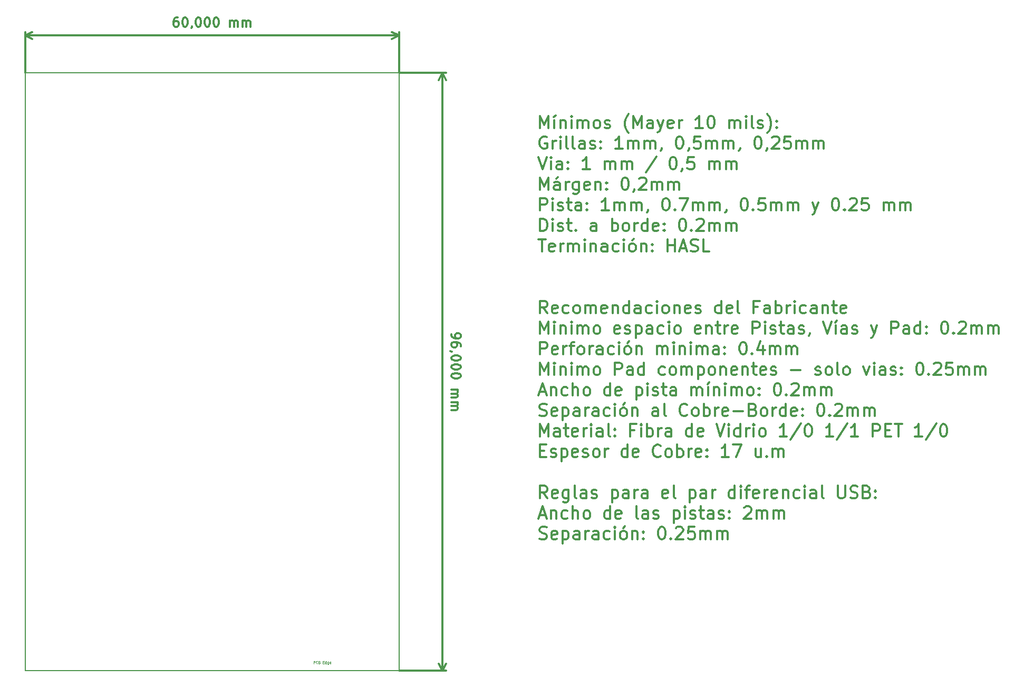
<source format=gbr>
G04 #@! TF.GenerationSoftware,KiCad,Pcbnew,5.0.1-33cea8e~68~ubuntu18.04.1*
G04 #@! TF.CreationDate,2018-11-14T12:35:47-05:00*
G04 #@! TF.ProjectId,PBC_TP_Final_JMena,5042435F54505F46696E616C5F4A4D65,1.0*
G04 #@! TF.SameCoordinates,Original*
G04 #@! TF.FileFunction,Drawing*
%FSLAX46Y46*%
G04 Gerber Fmt 4.6, Leading zero omitted, Abs format (unit mm)*
G04 Created by KiCad (PCBNEW 5.0.1-33cea8e~68~ubuntu18.04.1) date mié 14 nov 2018 12:35:47 -05*
%MOMM*%
%LPD*%
G01*
G04 APERTURE LIST*
%ADD10C,0.300000*%
%ADD11C,0.150000*%
%ADD12C,0.040000*%
G04 APERTURE END LIST*
D10*
X161671190Y-60904761D02*
X161671190Y-58904761D01*
X162337857Y-60333333D01*
X163004523Y-58904761D01*
X163004523Y-60904761D01*
X163956904Y-60904761D02*
X163956904Y-59571428D01*
X164147380Y-58809523D02*
X163861666Y-59095238D01*
X164909285Y-59571428D02*
X164909285Y-60904761D01*
X164909285Y-59761904D02*
X165004523Y-59666666D01*
X165195000Y-59571428D01*
X165480714Y-59571428D01*
X165671190Y-59666666D01*
X165766428Y-59857142D01*
X165766428Y-60904761D01*
X166718809Y-60904761D02*
X166718809Y-59571428D01*
X166718809Y-58904761D02*
X166623571Y-59000000D01*
X166718809Y-59095238D01*
X166814047Y-59000000D01*
X166718809Y-58904761D01*
X166718809Y-59095238D01*
X167671190Y-60904761D02*
X167671190Y-59571428D01*
X167671190Y-59761904D02*
X167766428Y-59666666D01*
X167956904Y-59571428D01*
X168242619Y-59571428D01*
X168433095Y-59666666D01*
X168528333Y-59857142D01*
X168528333Y-60904761D01*
X168528333Y-59857142D02*
X168623571Y-59666666D01*
X168814047Y-59571428D01*
X169099761Y-59571428D01*
X169290238Y-59666666D01*
X169385476Y-59857142D01*
X169385476Y-60904761D01*
X170623571Y-60904761D02*
X170433095Y-60809523D01*
X170337857Y-60714285D01*
X170242619Y-60523809D01*
X170242619Y-59952380D01*
X170337857Y-59761904D01*
X170433095Y-59666666D01*
X170623571Y-59571428D01*
X170909285Y-59571428D01*
X171099761Y-59666666D01*
X171195000Y-59761904D01*
X171290238Y-59952380D01*
X171290238Y-60523809D01*
X171195000Y-60714285D01*
X171099761Y-60809523D01*
X170909285Y-60904761D01*
X170623571Y-60904761D01*
X172052142Y-60809523D02*
X172242619Y-60904761D01*
X172623571Y-60904761D01*
X172814047Y-60809523D01*
X172909285Y-60619047D01*
X172909285Y-60523809D01*
X172814047Y-60333333D01*
X172623571Y-60238095D01*
X172337857Y-60238095D01*
X172147380Y-60142857D01*
X172052142Y-59952380D01*
X172052142Y-59857142D01*
X172147380Y-59666666D01*
X172337857Y-59571428D01*
X172623571Y-59571428D01*
X172814047Y-59666666D01*
X175861666Y-61666666D02*
X175766428Y-61571428D01*
X175575952Y-61285714D01*
X175480714Y-61095238D01*
X175385476Y-60809523D01*
X175290238Y-60333333D01*
X175290238Y-59952380D01*
X175385476Y-59476190D01*
X175480714Y-59190476D01*
X175575952Y-59000000D01*
X175766428Y-58714285D01*
X175861666Y-58619047D01*
X176623571Y-60904761D02*
X176623571Y-58904761D01*
X177290238Y-60333333D01*
X177956904Y-58904761D01*
X177956904Y-60904761D01*
X179766428Y-60904761D02*
X179766428Y-59857142D01*
X179671190Y-59666666D01*
X179480714Y-59571428D01*
X179099761Y-59571428D01*
X178909285Y-59666666D01*
X179766428Y-60809523D02*
X179575952Y-60904761D01*
X179099761Y-60904761D01*
X178909285Y-60809523D01*
X178814047Y-60619047D01*
X178814047Y-60428571D01*
X178909285Y-60238095D01*
X179099761Y-60142857D01*
X179575952Y-60142857D01*
X179766428Y-60047619D01*
X180528333Y-59571428D02*
X181004523Y-60904761D01*
X181480714Y-59571428D02*
X181004523Y-60904761D01*
X180814047Y-61380952D01*
X180718809Y-61476190D01*
X180528333Y-61571428D01*
X183004523Y-60809523D02*
X182814047Y-60904761D01*
X182433095Y-60904761D01*
X182242619Y-60809523D01*
X182147380Y-60619047D01*
X182147380Y-59857142D01*
X182242619Y-59666666D01*
X182433095Y-59571428D01*
X182814047Y-59571428D01*
X183004523Y-59666666D01*
X183099761Y-59857142D01*
X183099761Y-60047619D01*
X182147380Y-60238095D01*
X183956904Y-60904761D02*
X183956904Y-59571428D01*
X183956904Y-59952380D02*
X184052142Y-59761904D01*
X184147380Y-59666666D01*
X184337857Y-59571428D01*
X184528333Y-59571428D01*
X187766428Y-60904761D02*
X186623571Y-60904761D01*
X187195000Y-60904761D02*
X187195000Y-58904761D01*
X187004523Y-59190476D01*
X186814047Y-59380952D01*
X186623571Y-59476190D01*
X189004523Y-58904761D02*
X189195000Y-58904761D01*
X189385476Y-59000000D01*
X189480714Y-59095238D01*
X189575952Y-59285714D01*
X189671190Y-59666666D01*
X189671190Y-60142857D01*
X189575952Y-60523809D01*
X189480714Y-60714285D01*
X189385476Y-60809523D01*
X189195000Y-60904761D01*
X189004523Y-60904761D01*
X188814047Y-60809523D01*
X188718809Y-60714285D01*
X188623571Y-60523809D01*
X188528333Y-60142857D01*
X188528333Y-59666666D01*
X188623571Y-59285714D01*
X188718809Y-59095238D01*
X188814047Y-59000000D01*
X189004523Y-58904761D01*
X192052142Y-60904761D02*
X192052142Y-59571428D01*
X192052142Y-59761904D02*
X192147380Y-59666666D01*
X192337857Y-59571428D01*
X192623571Y-59571428D01*
X192814047Y-59666666D01*
X192909285Y-59857142D01*
X192909285Y-60904761D01*
X192909285Y-59857142D02*
X193004523Y-59666666D01*
X193195000Y-59571428D01*
X193480714Y-59571428D01*
X193671190Y-59666666D01*
X193766428Y-59857142D01*
X193766428Y-60904761D01*
X194718809Y-60904761D02*
X194718809Y-59571428D01*
X194718809Y-58904761D02*
X194623571Y-59000000D01*
X194718809Y-59095238D01*
X194814047Y-59000000D01*
X194718809Y-58904761D01*
X194718809Y-59095238D01*
X195956904Y-60904761D02*
X195766428Y-60809523D01*
X195671190Y-60619047D01*
X195671190Y-58904761D01*
X196623571Y-60809523D02*
X196814047Y-60904761D01*
X197195000Y-60904761D01*
X197385476Y-60809523D01*
X197480714Y-60619047D01*
X197480714Y-60523809D01*
X197385476Y-60333333D01*
X197195000Y-60238095D01*
X196909285Y-60238095D01*
X196718809Y-60142857D01*
X196623571Y-59952380D01*
X196623571Y-59857142D01*
X196718809Y-59666666D01*
X196909285Y-59571428D01*
X197195000Y-59571428D01*
X197385476Y-59666666D01*
X198147380Y-61666666D02*
X198242619Y-61571428D01*
X198433095Y-61285714D01*
X198528333Y-61095238D01*
X198623571Y-60809523D01*
X198718809Y-60333333D01*
X198718809Y-59952380D01*
X198623571Y-59476190D01*
X198528333Y-59190476D01*
X198433095Y-59000000D01*
X198242619Y-58714285D01*
X198147380Y-58619047D01*
X199671190Y-60714285D02*
X199766428Y-60809523D01*
X199671190Y-60904761D01*
X199575952Y-60809523D01*
X199671190Y-60714285D01*
X199671190Y-60904761D01*
X199671190Y-59666666D02*
X199766428Y-59761904D01*
X199671190Y-59857142D01*
X199575952Y-59761904D01*
X199671190Y-59666666D01*
X199671190Y-59857142D01*
X162718809Y-62300000D02*
X162528333Y-62204761D01*
X162242619Y-62204761D01*
X161956904Y-62300000D01*
X161766428Y-62490476D01*
X161671190Y-62680952D01*
X161575952Y-63061904D01*
X161575952Y-63347619D01*
X161671190Y-63728571D01*
X161766428Y-63919047D01*
X161956904Y-64109523D01*
X162242619Y-64204761D01*
X162433095Y-64204761D01*
X162718809Y-64109523D01*
X162814047Y-64014285D01*
X162814047Y-63347619D01*
X162433095Y-63347619D01*
X163671190Y-64204761D02*
X163671190Y-62871428D01*
X163671190Y-63252380D02*
X163766428Y-63061904D01*
X163861666Y-62966666D01*
X164052142Y-62871428D01*
X164242619Y-62871428D01*
X164909285Y-64204761D02*
X164909285Y-62871428D01*
X164909285Y-62204761D02*
X164814047Y-62300000D01*
X164909285Y-62395238D01*
X165004523Y-62300000D01*
X164909285Y-62204761D01*
X164909285Y-62395238D01*
X166147380Y-64204761D02*
X165956904Y-64109523D01*
X165861666Y-63919047D01*
X165861666Y-62204761D01*
X167195000Y-64204761D02*
X167004523Y-64109523D01*
X166909285Y-63919047D01*
X166909285Y-62204761D01*
X168814047Y-64204761D02*
X168814047Y-63157142D01*
X168718809Y-62966666D01*
X168528333Y-62871428D01*
X168147380Y-62871428D01*
X167956904Y-62966666D01*
X168814047Y-64109523D02*
X168623571Y-64204761D01*
X168147380Y-64204761D01*
X167956904Y-64109523D01*
X167861666Y-63919047D01*
X167861666Y-63728571D01*
X167956904Y-63538095D01*
X168147380Y-63442857D01*
X168623571Y-63442857D01*
X168814047Y-63347619D01*
X169671190Y-64109523D02*
X169861666Y-64204761D01*
X170242619Y-64204761D01*
X170433095Y-64109523D01*
X170528333Y-63919047D01*
X170528333Y-63823809D01*
X170433095Y-63633333D01*
X170242619Y-63538095D01*
X169956904Y-63538095D01*
X169766428Y-63442857D01*
X169671190Y-63252380D01*
X169671190Y-63157142D01*
X169766428Y-62966666D01*
X169956904Y-62871428D01*
X170242619Y-62871428D01*
X170433095Y-62966666D01*
X171385476Y-64014285D02*
X171480714Y-64109523D01*
X171385476Y-64204761D01*
X171290238Y-64109523D01*
X171385476Y-64014285D01*
X171385476Y-64204761D01*
X171385476Y-62966666D02*
X171480714Y-63061904D01*
X171385476Y-63157142D01*
X171290238Y-63061904D01*
X171385476Y-62966666D01*
X171385476Y-63157142D01*
X174909285Y-64204761D02*
X173766428Y-64204761D01*
X174337857Y-64204761D02*
X174337857Y-62204761D01*
X174147380Y-62490476D01*
X173956904Y-62680952D01*
X173766428Y-62776190D01*
X175766428Y-64204761D02*
X175766428Y-62871428D01*
X175766428Y-63061904D02*
X175861666Y-62966666D01*
X176052142Y-62871428D01*
X176337857Y-62871428D01*
X176528333Y-62966666D01*
X176623571Y-63157142D01*
X176623571Y-64204761D01*
X176623571Y-63157142D02*
X176718809Y-62966666D01*
X176909285Y-62871428D01*
X177195000Y-62871428D01*
X177385476Y-62966666D01*
X177480714Y-63157142D01*
X177480714Y-64204761D01*
X178433095Y-64204761D02*
X178433095Y-62871428D01*
X178433095Y-63061904D02*
X178528333Y-62966666D01*
X178718809Y-62871428D01*
X179004523Y-62871428D01*
X179195000Y-62966666D01*
X179290238Y-63157142D01*
X179290238Y-64204761D01*
X179290238Y-63157142D02*
X179385476Y-62966666D01*
X179575952Y-62871428D01*
X179861666Y-62871428D01*
X180052142Y-62966666D01*
X180147380Y-63157142D01*
X180147380Y-64204761D01*
X181195000Y-64109523D02*
X181195000Y-64204761D01*
X181099761Y-64395238D01*
X181004523Y-64490476D01*
X183956904Y-62204761D02*
X184147380Y-62204761D01*
X184337857Y-62300000D01*
X184433095Y-62395238D01*
X184528333Y-62585714D01*
X184623571Y-62966666D01*
X184623571Y-63442857D01*
X184528333Y-63823809D01*
X184433095Y-64014285D01*
X184337857Y-64109523D01*
X184147380Y-64204761D01*
X183956904Y-64204761D01*
X183766428Y-64109523D01*
X183671190Y-64014285D01*
X183575952Y-63823809D01*
X183480714Y-63442857D01*
X183480714Y-62966666D01*
X183575952Y-62585714D01*
X183671190Y-62395238D01*
X183766428Y-62300000D01*
X183956904Y-62204761D01*
X185575952Y-64109523D02*
X185575952Y-64204761D01*
X185480714Y-64395238D01*
X185385476Y-64490476D01*
X187385476Y-62204761D02*
X186433095Y-62204761D01*
X186337857Y-63157142D01*
X186433095Y-63061904D01*
X186623571Y-62966666D01*
X187099761Y-62966666D01*
X187290238Y-63061904D01*
X187385476Y-63157142D01*
X187480714Y-63347619D01*
X187480714Y-63823809D01*
X187385476Y-64014285D01*
X187290238Y-64109523D01*
X187099761Y-64204761D01*
X186623571Y-64204761D01*
X186433095Y-64109523D01*
X186337857Y-64014285D01*
X188337857Y-64204761D02*
X188337857Y-62871428D01*
X188337857Y-63061904D02*
X188433095Y-62966666D01*
X188623571Y-62871428D01*
X188909285Y-62871428D01*
X189099761Y-62966666D01*
X189195000Y-63157142D01*
X189195000Y-64204761D01*
X189195000Y-63157142D02*
X189290238Y-62966666D01*
X189480714Y-62871428D01*
X189766428Y-62871428D01*
X189956904Y-62966666D01*
X190052142Y-63157142D01*
X190052142Y-64204761D01*
X191004523Y-64204761D02*
X191004523Y-62871428D01*
X191004523Y-63061904D02*
X191099761Y-62966666D01*
X191290238Y-62871428D01*
X191575952Y-62871428D01*
X191766428Y-62966666D01*
X191861666Y-63157142D01*
X191861666Y-64204761D01*
X191861666Y-63157142D02*
X191956904Y-62966666D01*
X192147380Y-62871428D01*
X192433095Y-62871428D01*
X192623571Y-62966666D01*
X192718809Y-63157142D01*
X192718809Y-64204761D01*
X193766428Y-64109523D02*
X193766428Y-64204761D01*
X193671190Y-64395238D01*
X193575952Y-64490476D01*
X196528333Y-62204761D02*
X196718809Y-62204761D01*
X196909285Y-62300000D01*
X197004523Y-62395238D01*
X197099761Y-62585714D01*
X197195000Y-62966666D01*
X197195000Y-63442857D01*
X197099761Y-63823809D01*
X197004523Y-64014285D01*
X196909285Y-64109523D01*
X196718809Y-64204761D01*
X196528333Y-64204761D01*
X196337857Y-64109523D01*
X196242619Y-64014285D01*
X196147380Y-63823809D01*
X196052142Y-63442857D01*
X196052142Y-62966666D01*
X196147380Y-62585714D01*
X196242619Y-62395238D01*
X196337857Y-62300000D01*
X196528333Y-62204761D01*
X198147380Y-64109523D02*
X198147380Y-64204761D01*
X198052142Y-64395238D01*
X197956904Y-64490476D01*
X198909285Y-62395238D02*
X199004523Y-62300000D01*
X199195000Y-62204761D01*
X199671190Y-62204761D01*
X199861666Y-62300000D01*
X199956904Y-62395238D01*
X200052142Y-62585714D01*
X200052142Y-62776190D01*
X199956904Y-63061904D01*
X198814047Y-64204761D01*
X200052142Y-64204761D01*
X201861666Y-62204761D02*
X200909285Y-62204761D01*
X200814047Y-63157142D01*
X200909285Y-63061904D01*
X201099761Y-62966666D01*
X201575952Y-62966666D01*
X201766428Y-63061904D01*
X201861666Y-63157142D01*
X201956904Y-63347619D01*
X201956904Y-63823809D01*
X201861666Y-64014285D01*
X201766428Y-64109523D01*
X201575952Y-64204761D01*
X201099761Y-64204761D01*
X200909285Y-64109523D01*
X200814047Y-64014285D01*
X202814047Y-64204761D02*
X202814047Y-62871428D01*
X202814047Y-63061904D02*
X202909285Y-62966666D01*
X203099761Y-62871428D01*
X203385476Y-62871428D01*
X203575952Y-62966666D01*
X203671190Y-63157142D01*
X203671190Y-64204761D01*
X203671190Y-63157142D02*
X203766428Y-62966666D01*
X203956904Y-62871428D01*
X204242619Y-62871428D01*
X204433095Y-62966666D01*
X204528333Y-63157142D01*
X204528333Y-64204761D01*
X205480714Y-64204761D02*
X205480714Y-62871428D01*
X205480714Y-63061904D02*
X205575952Y-62966666D01*
X205766428Y-62871428D01*
X206052142Y-62871428D01*
X206242619Y-62966666D01*
X206337857Y-63157142D01*
X206337857Y-64204761D01*
X206337857Y-63157142D02*
X206433095Y-62966666D01*
X206623571Y-62871428D01*
X206909285Y-62871428D01*
X207099761Y-62966666D01*
X207195000Y-63157142D01*
X207195000Y-64204761D01*
X161385476Y-65504761D02*
X162052142Y-67504761D01*
X162718809Y-65504761D01*
X163385476Y-67504761D02*
X163385476Y-66171428D01*
X163385476Y-65504761D02*
X163290238Y-65600000D01*
X163385476Y-65695238D01*
X163480714Y-65600000D01*
X163385476Y-65504761D01*
X163385476Y-65695238D01*
X165195000Y-67504761D02*
X165195000Y-66457142D01*
X165099761Y-66266666D01*
X164909285Y-66171428D01*
X164528333Y-66171428D01*
X164337857Y-66266666D01*
X165195000Y-67409523D02*
X165004523Y-67504761D01*
X164528333Y-67504761D01*
X164337857Y-67409523D01*
X164242619Y-67219047D01*
X164242619Y-67028571D01*
X164337857Y-66838095D01*
X164528333Y-66742857D01*
X165004523Y-66742857D01*
X165195000Y-66647619D01*
X166147380Y-67314285D02*
X166242619Y-67409523D01*
X166147380Y-67504761D01*
X166052142Y-67409523D01*
X166147380Y-67314285D01*
X166147380Y-67504761D01*
X166147380Y-66266666D02*
X166242619Y-66361904D01*
X166147380Y-66457142D01*
X166052142Y-66361904D01*
X166147380Y-66266666D01*
X166147380Y-66457142D01*
X169671190Y-67504761D02*
X168528333Y-67504761D01*
X169099761Y-67504761D02*
X169099761Y-65504761D01*
X168909285Y-65790476D01*
X168718809Y-65980952D01*
X168528333Y-66076190D01*
X172052142Y-67504761D02*
X172052142Y-66171428D01*
X172052142Y-66361904D02*
X172147380Y-66266666D01*
X172337857Y-66171428D01*
X172623571Y-66171428D01*
X172814047Y-66266666D01*
X172909285Y-66457142D01*
X172909285Y-67504761D01*
X172909285Y-66457142D02*
X173004523Y-66266666D01*
X173195000Y-66171428D01*
X173480714Y-66171428D01*
X173671190Y-66266666D01*
X173766428Y-66457142D01*
X173766428Y-67504761D01*
X174718809Y-67504761D02*
X174718809Y-66171428D01*
X174718809Y-66361904D02*
X174814047Y-66266666D01*
X175004523Y-66171428D01*
X175290238Y-66171428D01*
X175480714Y-66266666D01*
X175575952Y-66457142D01*
X175575952Y-67504761D01*
X175575952Y-66457142D02*
X175671190Y-66266666D01*
X175861666Y-66171428D01*
X176147380Y-66171428D01*
X176337857Y-66266666D01*
X176433095Y-66457142D01*
X176433095Y-67504761D01*
X180337857Y-65409523D02*
X178623571Y-67980952D01*
X182909285Y-65504761D02*
X183099761Y-65504761D01*
X183290238Y-65600000D01*
X183385476Y-65695238D01*
X183480714Y-65885714D01*
X183575952Y-66266666D01*
X183575952Y-66742857D01*
X183480714Y-67123809D01*
X183385476Y-67314285D01*
X183290238Y-67409523D01*
X183099761Y-67504761D01*
X182909285Y-67504761D01*
X182718809Y-67409523D01*
X182623571Y-67314285D01*
X182528333Y-67123809D01*
X182433095Y-66742857D01*
X182433095Y-66266666D01*
X182528333Y-65885714D01*
X182623571Y-65695238D01*
X182718809Y-65600000D01*
X182909285Y-65504761D01*
X184528333Y-67409523D02*
X184528333Y-67504761D01*
X184433095Y-67695238D01*
X184337857Y-67790476D01*
X186337857Y-65504761D02*
X185385476Y-65504761D01*
X185290238Y-66457142D01*
X185385476Y-66361904D01*
X185575952Y-66266666D01*
X186052142Y-66266666D01*
X186242619Y-66361904D01*
X186337857Y-66457142D01*
X186433095Y-66647619D01*
X186433095Y-67123809D01*
X186337857Y-67314285D01*
X186242619Y-67409523D01*
X186052142Y-67504761D01*
X185575952Y-67504761D01*
X185385476Y-67409523D01*
X185290238Y-67314285D01*
X188814047Y-67504761D02*
X188814047Y-66171428D01*
X188814047Y-66361904D02*
X188909285Y-66266666D01*
X189099761Y-66171428D01*
X189385476Y-66171428D01*
X189575952Y-66266666D01*
X189671190Y-66457142D01*
X189671190Y-67504761D01*
X189671190Y-66457142D02*
X189766428Y-66266666D01*
X189956904Y-66171428D01*
X190242619Y-66171428D01*
X190433095Y-66266666D01*
X190528333Y-66457142D01*
X190528333Y-67504761D01*
X191480714Y-67504761D02*
X191480714Y-66171428D01*
X191480714Y-66361904D02*
X191575952Y-66266666D01*
X191766428Y-66171428D01*
X192052142Y-66171428D01*
X192242619Y-66266666D01*
X192337857Y-66457142D01*
X192337857Y-67504761D01*
X192337857Y-66457142D02*
X192433095Y-66266666D01*
X192623571Y-66171428D01*
X192909285Y-66171428D01*
X193099761Y-66266666D01*
X193195000Y-66457142D01*
X193195000Y-67504761D01*
X161671190Y-70804761D02*
X161671190Y-68804761D01*
X162337857Y-70233333D01*
X163004523Y-68804761D01*
X163004523Y-70804761D01*
X164814047Y-70804761D02*
X164814047Y-69757142D01*
X164718809Y-69566666D01*
X164528333Y-69471428D01*
X164147380Y-69471428D01*
X163956904Y-69566666D01*
X164814047Y-70709523D02*
X164623571Y-70804761D01*
X164147380Y-70804761D01*
X163956904Y-70709523D01*
X163861666Y-70519047D01*
X163861666Y-70328571D01*
X163956904Y-70138095D01*
X164147380Y-70042857D01*
X164623571Y-70042857D01*
X164814047Y-69947619D01*
X164528333Y-68709523D02*
X164242619Y-68995238D01*
X165766428Y-70804761D02*
X165766428Y-69471428D01*
X165766428Y-69852380D02*
X165861666Y-69661904D01*
X165956904Y-69566666D01*
X166147380Y-69471428D01*
X166337857Y-69471428D01*
X167861666Y-69471428D02*
X167861666Y-71090476D01*
X167766428Y-71280952D01*
X167671190Y-71376190D01*
X167480714Y-71471428D01*
X167195000Y-71471428D01*
X167004523Y-71376190D01*
X167861666Y-70709523D02*
X167671190Y-70804761D01*
X167290238Y-70804761D01*
X167099761Y-70709523D01*
X167004523Y-70614285D01*
X166909285Y-70423809D01*
X166909285Y-69852380D01*
X167004523Y-69661904D01*
X167099761Y-69566666D01*
X167290238Y-69471428D01*
X167671190Y-69471428D01*
X167861666Y-69566666D01*
X169575952Y-70709523D02*
X169385476Y-70804761D01*
X169004523Y-70804761D01*
X168814047Y-70709523D01*
X168718809Y-70519047D01*
X168718809Y-69757142D01*
X168814047Y-69566666D01*
X169004523Y-69471428D01*
X169385476Y-69471428D01*
X169575952Y-69566666D01*
X169671190Y-69757142D01*
X169671190Y-69947619D01*
X168718809Y-70138095D01*
X170528333Y-69471428D02*
X170528333Y-70804761D01*
X170528333Y-69661904D02*
X170623571Y-69566666D01*
X170814047Y-69471428D01*
X171099761Y-69471428D01*
X171290238Y-69566666D01*
X171385476Y-69757142D01*
X171385476Y-70804761D01*
X172337857Y-70614285D02*
X172433095Y-70709523D01*
X172337857Y-70804761D01*
X172242619Y-70709523D01*
X172337857Y-70614285D01*
X172337857Y-70804761D01*
X172337857Y-69566666D02*
X172433095Y-69661904D01*
X172337857Y-69757142D01*
X172242619Y-69661904D01*
X172337857Y-69566666D01*
X172337857Y-69757142D01*
X175195000Y-68804761D02*
X175385476Y-68804761D01*
X175575952Y-68900000D01*
X175671190Y-68995238D01*
X175766428Y-69185714D01*
X175861666Y-69566666D01*
X175861666Y-70042857D01*
X175766428Y-70423809D01*
X175671190Y-70614285D01*
X175575952Y-70709523D01*
X175385476Y-70804761D01*
X175195000Y-70804761D01*
X175004523Y-70709523D01*
X174909285Y-70614285D01*
X174814047Y-70423809D01*
X174718809Y-70042857D01*
X174718809Y-69566666D01*
X174814047Y-69185714D01*
X174909285Y-68995238D01*
X175004523Y-68900000D01*
X175195000Y-68804761D01*
X176814047Y-70709523D02*
X176814047Y-70804761D01*
X176718809Y-70995238D01*
X176623571Y-71090476D01*
X177575952Y-68995238D02*
X177671190Y-68900000D01*
X177861666Y-68804761D01*
X178337857Y-68804761D01*
X178528333Y-68900000D01*
X178623571Y-68995238D01*
X178718809Y-69185714D01*
X178718809Y-69376190D01*
X178623571Y-69661904D01*
X177480714Y-70804761D01*
X178718809Y-70804761D01*
X179575952Y-70804761D02*
X179575952Y-69471428D01*
X179575952Y-69661904D02*
X179671190Y-69566666D01*
X179861666Y-69471428D01*
X180147380Y-69471428D01*
X180337857Y-69566666D01*
X180433095Y-69757142D01*
X180433095Y-70804761D01*
X180433095Y-69757142D02*
X180528333Y-69566666D01*
X180718809Y-69471428D01*
X181004523Y-69471428D01*
X181195000Y-69566666D01*
X181290238Y-69757142D01*
X181290238Y-70804761D01*
X182242619Y-70804761D02*
X182242619Y-69471428D01*
X182242619Y-69661904D02*
X182337857Y-69566666D01*
X182528333Y-69471428D01*
X182814047Y-69471428D01*
X183004523Y-69566666D01*
X183099761Y-69757142D01*
X183099761Y-70804761D01*
X183099761Y-69757142D02*
X183195000Y-69566666D01*
X183385476Y-69471428D01*
X183671190Y-69471428D01*
X183861666Y-69566666D01*
X183956904Y-69757142D01*
X183956904Y-70804761D01*
X161671190Y-74104761D02*
X161671190Y-72104761D01*
X162433095Y-72104761D01*
X162623571Y-72200000D01*
X162718809Y-72295238D01*
X162814047Y-72485714D01*
X162814047Y-72771428D01*
X162718809Y-72961904D01*
X162623571Y-73057142D01*
X162433095Y-73152380D01*
X161671190Y-73152380D01*
X163671190Y-74104761D02*
X163671190Y-72771428D01*
X163671190Y-72104761D02*
X163575952Y-72200000D01*
X163671190Y-72295238D01*
X163766428Y-72200000D01*
X163671190Y-72104761D01*
X163671190Y-72295238D01*
X164528333Y-74009523D02*
X164718809Y-74104761D01*
X165099761Y-74104761D01*
X165290238Y-74009523D01*
X165385476Y-73819047D01*
X165385476Y-73723809D01*
X165290238Y-73533333D01*
X165099761Y-73438095D01*
X164814047Y-73438095D01*
X164623571Y-73342857D01*
X164528333Y-73152380D01*
X164528333Y-73057142D01*
X164623571Y-72866666D01*
X164814047Y-72771428D01*
X165099761Y-72771428D01*
X165290238Y-72866666D01*
X165956904Y-72771428D02*
X166718809Y-72771428D01*
X166242619Y-72104761D02*
X166242619Y-73819047D01*
X166337857Y-74009523D01*
X166528333Y-74104761D01*
X166718809Y-74104761D01*
X168242619Y-74104761D02*
X168242619Y-73057142D01*
X168147380Y-72866666D01*
X167956904Y-72771428D01*
X167575952Y-72771428D01*
X167385476Y-72866666D01*
X168242619Y-74009523D02*
X168052142Y-74104761D01*
X167575952Y-74104761D01*
X167385476Y-74009523D01*
X167290238Y-73819047D01*
X167290238Y-73628571D01*
X167385476Y-73438095D01*
X167575952Y-73342857D01*
X168052142Y-73342857D01*
X168242619Y-73247619D01*
X169195000Y-73914285D02*
X169290238Y-74009523D01*
X169195000Y-74104761D01*
X169099761Y-74009523D01*
X169195000Y-73914285D01*
X169195000Y-74104761D01*
X169195000Y-72866666D02*
X169290238Y-72961904D01*
X169195000Y-73057142D01*
X169099761Y-72961904D01*
X169195000Y-72866666D01*
X169195000Y-73057142D01*
X172718809Y-74104761D02*
X171575952Y-74104761D01*
X172147380Y-74104761D02*
X172147380Y-72104761D01*
X171956904Y-72390476D01*
X171766428Y-72580952D01*
X171575952Y-72676190D01*
X173575952Y-74104761D02*
X173575952Y-72771428D01*
X173575952Y-72961904D02*
X173671190Y-72866666D01*
X173861666Y-72771428D01*
X174147380Y-72771428D01*
X174337857Y-72866666D01*
X174433095Y-73057142D01*
X174433095Y-74104761D01*
X174433095Y-73057142D02*
X174528333Y-72866666D01*
X174718809Y-72771428D01*
X175004523Y-72771428D01*
X175195000Y-72866666D01*
X175290238Y-73057142D01*
X175290238Y-74104761D01*
X176242619Y-74104761D02*
X176242619Y-72771428D01*
X176242619Y-72961904D02*
X176337857Y-72866666D01*
X176528333Y-72771428D01*
X176814047Y-72771428D01*
X177004523Y-72866666D01*
X177099761Y-73057142D01*
X177099761Y-74104761D01*
X177099761Y-73057142D02*
X177195000Y-72866666D01*
X177385476Y-72771428D01*
X177671190Y-72771428D01*
X177861666Y-72866666D01*
X177956904Y-73057142D01*
X177956904Y-74104761D01*
X179004523Y-74009523D02*
X179004523Y-74104761D01*
X178909285Y-74295238D01*
X178814047Y-74390476D01*
X181766428Y-72104761D02*
X181956904Y-72104761D01*
X182147380Y-72200000D01*
X182242619Y-72295238D01*
X182337857Y-72485714D01*
X182433095Y-72866666D01*
X182433095Y-73342857D01*
X182337857Y-73723809D01*
X182242619Y-73914285D01*
X182147380Y-74009523D01*
X181956904Y-74104761D01*
X181766428Y-74104761D01*
X181575952Y-74009523D01*
X181480714Y-73914285D01*
X181385476Y-73723809D01*
X181290238Y-73342857D01*
X181290238Y-72866666D01*
X181385476Y-72485714D01*
X181480714Y-72295238D01*
X181575952Y-72200000D01*
X181766428Y-72104761D01*
X183290238Y-73914285D02*
X183385476Y-74009523D01*
X183290238Y-74104761D01*
X183195000Y-74009523D01*
X183290238Y-73914285D01*
X183290238Y-74104761D01*
X184052142Y-72104761D02*
X185385476Y-72104761D01*
X184528333Y-74104761D01*
X186147380Y-74104761D02*
X186147380Y-72771428D01*
X186147380Y-72961904D02*
X186242619Y-72866666D01*
X186433095Y-72771428D01*
X186718809Y-72771428D01*
X186909285Y-72866666D01*
X187004523Y-73057142D01*
X187004523Y-74104761D01*
X187004523Y-73057142D02*
X187099761Y-72866666D01*
X187290238Y-72771428D01*
X187575952Y-72771428D01*
X187766428Y-72866666D01*
X187861666Y-73057142D01*
X187861666Y-74104761D01*
X188814047Y-74104761D02*
X188814047Y-72771428D01*
X188814047Y-72961904D02*
X188909285Y-72866666D01*
X189099761Y-72771428D01*
X189385476Y-72771428D01*
X189575952Y-72866666D01*
X189671190Y-73057142D01*
X189671190Y-74104761D01*
X189671190Y-73057142D02*
X189766428Y-72866666D01*
X189956904Y-72771428D01*
X190242619Y-72771428D01*
X190433095Y-72866666D01*
X190528333Y-73057142D01*
X190528333Y-74104761D01*
X191575952Y-74009523D02*
X191575952Y-74104761D01*
X191480714Y-74295238D01*
X191385476Y-74390476D01*
X194337857Y-72104761D02*
X194528333Y-72104761D01*
X194718809Y-72200000D01*
X194814047Y-72295238D01*
X194909285Y-72485714D01*
X195004523Y-72866666D01*
X195004523Y-73342857D01*
X194909285Y-73723809D01*
X194814047Y-73914285D01*
X194718809Y-74009523D01*
X194528333Y-74104761D01*
X194337857Y-74104761D01*
X194147380Y-74009523D01*
X194052142Y-73914285D01*
X193956904Y-73723809D01*
X193861666Y-73342857D01*
X193861666Y-72866666D01*
X193956904Y-72485714D01*
X194052142Y-72295238D01*
X194147380Y-72200000D01*
X194337857Y-72104761D01*
X195861666Y-73914285D02*
X195956904Y-74009523D01*
X195861666Y-74104761D01*
X195766428Y-74009523D01*
X195861666Y-73914285D01*
X195861666Y-74104761D01*
X197766428Y-72104761D02*
X196814047Y-72104761D01*
X196718809Y-73057142D01*
X196814047Y-72961904D01*
X197004523Y-72866666D01*
X197480714Y-72866666D01*
X197671190Y-72961904D01*
X197766428Y-73057142D01*
X197861666Y-73247619D01*
X197861666Y-73723809D01*
X197766428Y-73914285D01*
X197671190Y-74009523D01*
X197480714Y-74104761D01*
X197004523Y-74104761D01*
X196814047Y-74009523D01*
X196718809Y-73914285D01*
X198718809Y-74104761D02*
X198718809Y-72771428D01*
X198718809Y-72961904D02*
X198814047Y-72866666D01*
X199004523Y-72771428D01*
X199290238Y-72771428D01*
X199480714Y-72866666D01*
X199575952Y-73057142D01*
X199575952Y-74104761D01*
X199575952Y-73057142D02*
X199671190Y-72866666D01*
X199861666Y-72771428D01*
X200147380Y-72771428D01*
X200337857Y-72866666D01*
X200433095Y-73057142D01*
X200433095Y-74104761D01*
X201385476Y-74104761D02*
X201385476Y-72771428D01*
X201385476Y-72961904D02*
X201480714Y-72866666D01*
X201671190Y-72771428D01*
X201956904Y-72771428D01*
X202147380Y-72866666D01*
X202242619Y-73057142D01*
X202242619Y-74104761D01*
X202242619Y-73057142D02*
X202337857Y-72866666D01*
X202528333Y-72771428D01*
X202814047Y-72771428D01*
X203004523Y-72866666D01*
X203099761Y-73057142D01*
X203099761Y-74104761D01*
X205385476Y-72771428D02*
X205861666Y-74104761D01*
X206337857Y-72771428D02*
X205861666Y-74104761D01*
X205671190Y-74580952D01*
X205575952Y-74676190D01*
X205385476Y-74771428D01*
X209004523Y-72104761D02*
X209194999Y-72104761D01*
X209385476Y-72200000D01*
X209480714Y-72295238D01*
X209575952Y-72485714D01*
X209671190Y-72866666D01*
X209671190Y-73342857D01*
X209575952Y-73723809D01*
X209480714Y-73914285D01*
X209385476Y-74009523D01*
X209194999Y-74104761D01*
X209004523Y-74104761D01*
X208814047Y-74009523D01*
X208718809Y-73914285D01*
X208623571Y-73723809D01*
X208528333Y-73342857D01*
X208528333Y-72866666D01*
X208623571Y-72485714D01*
X208718809Y-72295238D01*
X208814047Y-72200000D01*
X209004523Y-72104761D01*
X210528333Y-73914285D02*
X210623571Y-74009523D01*
X210528333Y-74104761D01*
X210433095Y-74009523D01*
X210528333Y-73914285D01*
X210528333Y-74104761D01*
X211385476Y-72295238D02*
X211480714Y-72200000D01*
X211671190Y-72104761D01*
X212147380Y-72104761D01*
X212337857Y-72200000D01*
X212433095Y-72295238D01*
X212528333Y-72485714D01*
X212528333Y-72676190D01*
X212433095Y-72961904D01*
X211290238Y-74104761D01*
X212528333Y-74104761D01*
X214337857Y-72104761D02*
X213385476Y-72104761D01*
X213290238Y-73057142D01*
X213385476Y-72961904D01*
X213575952Y-72866666D01*
X214052142Y-72866666D01*
X214242619Y-72961904D01*
X214337857Y-73057142D01*
X214433095Y-73247619D01*
X214433095Y-73723809D01*
X214337857Y-73914285D01*
X214242619Y-74009523D01*
X214052142Y-74104761D01*
X213575952Y-74104761D01*
X213385476Y-74009523D01*
X213290238Y-73914285D01*
X216814047Y-74104761D02*
X216814047Y-72771428D01*
X216814047Y-72961904D02*
X216909285Y-72866666D01*
X217099761Y-72771428D01*
X217385476Y-72771428D01*
X217575952Y-72866666D01*
X217671190Y-73057142D01*
X217671190Y-74104761D01*
X217671190Y-73057142D02*
X217766428Y-72866666D01*
X217956904Y-72771428D01*
X218242619Y-72771428D01*
X218433095Y-72866666D01*
X218528333Y-73057142D01*
X218528333Y-74104761D01*
X219480714Y-74104761D02*
X219480714Y-72771428D01*
X219480714Y-72961904D02*
X219575952Y-72866666D01*
X219766428Y-72771428D01*
X220052142Y-72771428D01*
X220242619Y-72866666D01*
X220337857Y-73057142D01*
X220337857Y-74104761D01*
X220337857Y-73057142D02*
X220433095Y-72866666D01*
X220623571Y-72771428D01*
X220909285Y-72771428D01*
X221099761Y-72866666D01*
X221194999Y-73057142D01*
X221194999Y-74104761D01*
X161671190Y-77404761D02*
X161671190Y-75404761D01*
X162147380Y-75404761D01*
X162433095Y-75500000D01*
X162623571Y-75690476D01*
X162718809Y-75880952D01*
X162814047Y-76261904D01*
X162814047Y-76547619D01*
X162718809Y-76928571D01*
X162623571Y-77119047D01*
X162433095Y-77309523D01*
X162147380Y-77404761D01*
X161671190Y-77404761D01*
X163671190Y-77404761D02*
X163671190Y-76071428D01*
X163671190Y-75404761D02*
X163575952Y-75500000D01*
X163671190Y-75595238D01*
X163766428Y-75500000D01*
X163671190Y-75404761D01*
X163671190Y-75595238D01*
X164528333Y-77309523D02*
X164718809Y-77404761D01*
X165099761Y-77404761D01*
X165290238Y-77309523D01*
X165385476Y-77119047D01*
X165385476Y-77023809D01*
X165290238Y-76833333D01*
X165099761Y-76738095D01*
X164814047Y-76738095D01*
X164623571Y-76642857D01*
X164528333Y-76452380D01*
X164528333Y-76357142D01*
X164623571Y-76166666D01*
X164814047Y-76071428D01*
X165099761Y-76071428D01*
X165290238Y-76166666D01*
X165956904Y-76071428D02*
X166718809Y-76071428D01*
X166242619Y-75404761D02*
X166242619Y-77119047D01*
X166337857Y-77309523D01*
X166528333Y-77404761D01*
X166718809Y-77404761D01*
X167385476Y-77214285D02*
X167480714Y-77309523D01*
X167385476Y-77404761D01*
X167290238Y-77309523D01*
X167385476Y-77214285D01*
X167385476Y-77404761D01*
X170718809Y-77404761D02*
X170718809Y-76357142D01*
X170623571Y-76166666D01*
X170433095Y-76071428D01*
X170052142Y-76071428D01*
X169861666Y-76166666D01*
X170718809Y-77309523D02*
X170528333Y-77404761D01*
X170052142Y-77404761D01*
X169861666Y-77309523D01*
X169766428Y-77119047D01*
X169766428Y-76928571D01*
X169861666Y-76738095D01*
X170052142Y-76642857D01*
X170528333Y-76642857D01*
X170718809Y-76547619D01*
X173195000Y-77404761D02*
X173195000Y-75404761D01*
X173195000Y-76166666D02*
X173385476Y-76071428D01*
X173766428Y-76071428D01*
X173956904Y-76166666D01*
X174052142Y-76261904D01*
X174147380Y-76452380D01*
X174147380Y-77023809D01*
X174052142Y-77214285D01*
X173956904Y-77309523D01*
X173766428Y-77404761D01*
X173385476Y-77404761D01*
X173195000Y-77309523D01*
X175290238Y-77404761D02*
X175099761Y-77309523D01*
X175004523Y-77214285D01*
X174909285Y-77023809D01*
X174909285Y-76452380D01*
X175004523Y-76261904D01*
X175099761Y-76166666D01*
X175290238Y-76071428D01*
X175575952Y-76071428D01*
X175766428Y-76166666D01*
X175861666Y-76261904D01*
X175956904Y-76452380D01*
X175956904Y-77023809D01*
X175861666Y-77214285D01*
X175766428Y-77309523D01*
X175575952Y-77404761D01*
X175290238Y-77404761D01*
X176814047Y-77404761D02*
X176814047Y-76071428D01*
X176814047Y-76452380D02*
X176909285Y-76261904D01*
X177004523Y-76166666D01*
X177195000Y-76071428D01*
X177385476Y-76071428D01*
X178909285Y-77404761D02*
X178909285Y-75404761D01*
X178909285Y-77309523D02*
X178718809Y-77404761D01*
X178337857Y-77404761D01*
X178147380Y-77309523D01*
X178052142Y-77214285D01*
X177956904Y-77023809D01*
X177956904Y-76452380D01*
X178052142Y-76261904D01*
X178147380Y-76166666D01*
X178337857Y-76071428D01*
X178718809Y-76071428D01*
X178909285Y-76166666D01*
X180623571Y-77309523D02*
X180433095Y-77404761D01*
X180052142Y-77404761D01*
X179861666Y-77309523D01*
X179766428Y-77119047D01*
X179766428Y-76357142D01*
X179861666Y-76166666D01*
X180052142Y-76071428D01*
X180433095Y-76071428D01*
X180623571Y-76166666D01*
X180718809Y-76357142D01*
X180718809Y-76547619D01*
X179766428Y-76738095D01*
X181575952Y-77214285D02*
X181671190Y-77309523D01*
X181575952Y-77404761D01*
X181480714Y-77309523D01*
X181575952Y-77214285D01*
X181575952Y-77404761D01*
X181575952Y-76166666D02*
X181671190Y-76261904D01*
X181575952Y-76357142D01*
X181480714Y-76261904D01*
X181575952Y-76166666D01*
X181575952Y-76357142D01*
X184433095Y-75404761D02*
X184623571Y-75404761D01*
X184814047Y-75500000D01*
X184909285Y-75595238D01*
X185004523Y-75785714D01*
X185099761Y-76166666D01*
X185099761Y-76642857D01*
X185004523Y-77023809D01*
X184909285Y-77214285D01*
X184814047Y-77309523D01*
X184623571Y-77404761D01*
X184433095Y-77404761D01*
X184242619Y-77309523D01*
X184147380Y-77214285D01*
X184052142Y-77023809D01*
X183956904Y-76642857D01*
X183956904Y-76166666D01*
X184052142Y-75785714D01*
X184147380Y-75595238D01*
X184242619Y-75500000D01*
X184433095Y-75404761D01*
X185956904Y-77214285D02*
X186052142Y-77309523D01*
X185956904Y-77404761D01*
X185861666Y-77309523D01*
X185956904Y-77214285D01*
X185956904Y-77404761D01*
X186814047Y-75595238D02*
X186909285Y-75500000D01*
X187099761Y-75404761D01*
X187575952Y-75404761D01*
X187766428Y-75500000D01*
X187861666Y-75595238D01*
X187956904Y-75785714D01*
X187956904Y-75976190D01*
X187861666Y-76261904D01*
X186718809Y-77404761D01*
X187956904Y-77404761D01*
X188814047Y-77404761D02*
X188814047Y-76071428D01*
X188814047Y-76261904D02*
X188909285Y-76166666D01*
X189099761Y-76071428D01*
X189385476Y-76071428D01*
X189575952Y-76166666D01*
X189671190Y-76357142D01*
X189671190Y-77404761D01*
X189671190Y-76357142D02*
X189766428Y-76166666D01*
X189956904Y-76071428D01*
X190242619Y-76071428D01*
X190433095Y-76166666D01*
X190528333Y-76357142D01*
X190528333Y-77404761D01*
X191480714Y-77404761D02*
X191480714Y-76071428D01*
X191480714Y-76261904D02*
X191575952Y-76166666D01*
X191766428Y-76071428D01*
X192052142Y-76071428D01*
X192242619Y-76166666D01*
X192337857Y-76357142D01*
X192337857Y-77404761D01*
X192337857Y-76357142D02*
X192433095Y-76166666D01*
X192623571Y-76071428D01*
X192909285Y-76071428D01*
X193099761Y-76166666D01*
X193195000Y-76357142D01*
X193195000Y-77404761D01*
X161385476Y-78704761D02*
X162528333Y-78704761D01*
X161956904Y-80704761D02*
X161956904Y-78704761D01*
X163956904Y-80609523D02*
X163766428Y-80704761D01*
X163385476Y-80704761D01*
X163195000Y-80609523D01*
X163099761Y-80419047D01*
X163099761Y-79657142D01*
X163195000Y-79466666D01*
X163385476Y-79371428D01*
X163766428Y-79371428D01*
X163956904Y-79466666D01*
X164052142Y-79657142D01*
X164052142Y-79847619D01*
X163099761Y-80038095D01*
X164909285Y-80704761D02*
X164909285Y-79371428D01*
X164909285Y-79752380D02*
X165004523Y-79561904D01*
X165099761Y-79466666D01*
X165290238Y-79371428D01*
X165480714Y-79371428D01*
X166147380Y-80704761D02*
X166147380Y-79371428D01*
X166147380Y-79561904D02*
X166242619Y-79466666D01*
X166433095Y-79371428D01*
X166718809Y-79371428D01*
X166909285Y-79466666D01*
X167004523Y-79657142D01*
X167004523Y-80704761D01*
X167004523Y-79657142D02*
X167099761Y-79466666D01*
X167290238Y-79371428D01*
X167575952Y-79371428D01*
X167766428Y-79466666D01*
X167861666Y-79657142D01*
X167861666Y-80704761D01*
X168814047Y-80704761D02*
X168814047Y-79371428D01*
X168814047Y-78704761D02*
X168718809Y-78800000D01*
X168814047Y-78895238D01*
X168909285Y-78800000D01*
X168814047Y-78704761D01*
X168814047Y-78895238D01*
X169766428Y-79371428D02*
X169766428Y-80704761D01*
X169766428Y-79561904D02*
X169861666Y-79466666D01*
X170052142Y-79371428D01*
X170337857Y-79371428D01*
X170528333Y-79466666D01*
X170623571Y-79657142D01*
X170623571Y-80704761D01*
X172433095Y-80704761D02*
X172433095Y-79657142D01*
X172337857Y-79466666D01*
X172147380Y-79371428D01*
X171766428Y-79371428D01*
X171575952Y-79466666D01*
X172433095Y-80609523D02*
X172242619Y-80704761D01*
X171766428Y-80704761D01*
X171575952Y-80609523D01*
X171480714Y-80419047D01*
X171480714Y-80228571D01*
X171575952Y-80038095D01*
X171766428Y-79942857D01*
X172242619Y-79942857D01*
X172433095Y-79847619D01*
X174242619Y-80609523D02*
X174052142Y-80704761D01*
X173671190Y-80704761D01*
X173480714Y-80609523D01*
X173385476Y-80514285D01*
X173290238Y-80323809D01*
X173290238Y-79752380D01*
X173385476Y-79561904D01*
X173480714Y-79466666D01*
X173671190Y-79371428D01*
X174052142Y-79371428D01*
X174242619Y-79466666D01*
X175099761Y-80704761D02*
X175099761Y-79371428D01*
X175099761Y-78704761D02*
X175004523Y-78800000D01*
X175099761Y-78895238D01*
X175195000Y-78800000D01*
X175099761Y-78704761D01*
X175099761Y-78895238D01*
X176337857Y-80704761D02*
X176147380Y-80609523D01*
X176052142Y-80514285D01*
X175956904Y-80323809D01*
X175956904Y-79752380D01*
X176052142Y-79561904D01*
X176147380Y-79466666D01*
X176337857Y-79371428D01*
X176623571Y-79371428D01*
X176814047Y-79466666D01*
X176909285Y-79561904D01*
X177004523Y-79752380D01*
X177004523Y-80323809D01*
X176909285Y-80514285D01*
X176814047Y-80609523D01*
X176623571Y-80704761D01*
X176337857Y-80704761D01*
X176718809Y-78609523D02*
X176433095Y-78895238D01*
X177861666Y-79371428D02*
X177861666Y-80704761D01*
X177861666Y-79561904D02*
X177956904Y-79466666D01*
X178147380Y-79371428D01*
X178433095Y-79371428D01*
X178623571Y-79466666D01*
X178718809Y-79657142D01*
X178718809Y-80704761D01*
X179671190Y-80514285D02*
X179766428Y-80609523D01*
X179671190Y-80704761D01*
X179575952Y-80609523D01*
X179671190Y-80514285D01*
X179671190Y-80704761D01*
X179671190Y-79466666D02*
X179766428Y-79561904D01*
X179671190Y-79657142D01*
X179575952Y-79561904D01*
X179671190Y-79466666D01*
X179671190Y-79657142D01*
X182147380Y-80704761D02*
X182147380Y-78704761D01*
X182147380Y-79657142D02*
X183290238Y-79657142D01*
X183290238Y-80704761D02*
X183290238Y-78704761D01*
X184147380Y-80133333D02*
X185099761Y-80133333D01*
X183956904Y-80704761D02*
X184623571Y-78704761D01*
X185290238Y-80704761D01*
X185861666Y-80609523D02*
X186147380Y-80704761D01*
X186623571Y-80704761D01*
X186814047Y-80609523D01*
X186909285Y-80514285D01*
X187004523Y-80323809D01*
X187004523Y-80133333D01*
X186909285Y-79942857D01*
X186814047Y-79847619D01*
X186623571Y-79752380D01*
X186242619Y-79657142D01*
X186052142Y-79561904D01*
X185956904Y-79466666D01*
X185861666Y-79276190D01*
X185861666Y-79085714D01*
X185956904Y-78895238D01*
X186052142Y-78800000D01*
X186242619Y-78704761D01*
X186718809Y-78704761D01*
X187004523Y-78800000D01*
X188814047Y-80704761D02*
X187861666Y-80704761D01*
X187861666Y-78704761D01*
X162814047Y-90604761D02*
X162147380Y-89652380D01*
X161671190Y-90604761D02*
X161671190Y-88604761D01*
X162433095Y-88604761D01*
X162623571Y-88700000D01*
X162718809Y-88795238D01*
X162814047Y-88985714D01*
X162814047Y-89271428D01*
X162718809Y-89461904D01*
X162623571Y-89557142D01*
X162433095Y-89652380D01*
X161671190Y-89652380D01*
X164433095Y-90509523D02*
X164242619Y-90604761D01*
X163861666Y-90604761D01*
X163671190Y-90509523D01*
X163575952Y-90319047D01*
X163575952Y-89557142D01*
X163671190Y-89366666D01*
X163861666Y-89271428D01*
X164242619Y-89271428D01*
X164433095Y-89366666D01*
X164528333Y-89557142D01*
X164528333Y-89747619D01*
X163575952Y-89938095D01*
X166242619Y-90509523D02*
X166052142Y-90604761D01*
X165671190Y-90604761D01*
X165480714Y-90509523D01*
X165385476Y-90414285D01*
X165290238Y-90223809D01*
X165290238Y-89652380D01*
X165385476Y-89461904D01*
X165480714Y-89366666D01*
X165671190Y-89271428D01*
X166052142Y-89271428D01*
X166242619Y-89366666D01*
X167385476Y-90604761D02*
X167195000Y-90509523D01*
X167099761Y-90414285D01*
X167004523Y-90223809D01*
X167004523Y-89652380D01*
X167099761Y-89461904D01*
X167195000Y-89366666D01*
X167385476Y-89271428D01*
X167671190Y-89271428D01*
X167861666Y-89366666D01*
X167956904Y-89461904D01*
X168052142Y-89652380D01*
X168052142Y-90223809D01*
X167956904Y-90414285D01*
X167861666Y-90509523D01*
X167671190Y-90604761D01*
X167385476Y-90604761D01*
X168909285Y-90604761D02*
X168909285Y-89271428D01*
X168909285Y-89461904D02*
X169004523Y-89366666D01*
X169195000Y-89271428D01*
X169480714Y-89271428D01*
X169671190Y-89366666D01*
X169766428Y-89557142D01*
X169766428Y-90604761D01*
X169766428Y-89557142D02*
X169861666Y-89366666D01*
X170052142Y-89271428D01*
X170337857Y-89271428D01*
X170528333Y-89366666D01*
X170623571Y-89557142D01*
X170623571Y-90604761D01*
X172337857Y-90509523D02*
X172147380Y-90604761D01*
X171766428Y-90604761D01*
X171575952Y-90509523D01*
X171480714Y-90319047D01*
X171480714Y-89557142D01*
X171575952Y-89366666D01*
X171766428Y-89271428D01*
X172147380Y-89271428D01*
X172337857Y-89366666D01*
X172433095Y-89557142D01*
X172433095Y-89747619D01*
X171480714Y-89938095D01*
X173290238Y-89271428D02*
X173290238Y-90604761D01*
X173290238Y-89461904D02*
X173385476Y-89366666D01*
X173575952Y-89271428D01*
X173861666Y-89271428D01*
X174052142Y-89366666D01*
X174147380Y-89557142D01*
X174147380Y-90604761D01*
X175956904Y-90604761D02*
X175956904Y-88604761D01*
X175956904Y-90509523D02*
X175766428Y-90604761D01*
X175385476Y-90604761D01*
X175195000Y-90509523D01*
X175099761Y-90414285D01*
X175004523Y-90223809D01*
X175004523Y-89652380D01*
X175099761Y-89461904D01*
X175195000Y-89366666D01*
X175385476Y-89271428D01*
X175766428Y-89271428D01*
X175956904Y-89366666D01*
X177766428Y-90604761D02*
X177766428Y-89557142D01*
X177671190Y-89366666D01*
X177480714Y-89271428D01*
X177099761Y-89271428D01*
X176909285Y-89366666D01*
X177766428Y-90509523D02*
X177575952Y-90604761D01*
X177099761Y-90604761D01*
X176909285Y-90509523D01*
X176814047Y-90319047D01*
X176814047Y-90128571D01*
X176909285Y-89938095D01*
X177099761Y-89842857D01*
X177575952Y-89842857D01*
X177766428Y-89747619D01*
X179575952Y-90509523D02*
X179385476Y-90604761D01*
X179004523Y-90604761D01*
X178814047Y-90509523D01*
X178718809Y-90414285D01*
X178623571Y-90223809D01*
X178623571Y-89652380D01*
X178718809Y-89461904D01*
X178814047Y-89366666D01*
X179004523Y-89271428D01*
X179385476Y-89271428D01*
X179575952Y-89366666D01*
X180433095Y-90604761D02*
X180433095Y-89271428D01*
X180433095Y-88604761D02*
X180337857Y-88700000D01*
X180433095Y-88795238D01*
X180528333Y-88700000D01*
X180433095Y-88604761D01*
X180433095Y-88795238D01*
X181671190Y-90604761D02*
X181480714Y-90509523D01*
X181385476Y-90414285D01*
X181290238Y-90223809D01*
X181290238Y-89652380D01*
X181385476Y-89461904D01*
X181480714Y-89366666D01*
X181671190Y-89271428D01*
X181956904Y-89271428D01*
X182147380Y-89366666D01*
X182242619Y-89461904D01*
X182337857Y-89652380D01*
X182337857Y-90223809D01*
X182242619Y-90414285D01*
X182147380Y-90509523D01*
X181956904Y-90604761D01*
X181671190Y-90604761D01*
X183195000Y-89271428D02*
X183195000Y-90604761D01*
X183195000Y-89461904D02*
X183290238Y-89366666D01*
X183480714Y-89271428D01*
X183766428Y-89271428D01*
X183956904Y-89366666D01*
X184052142Y-89557142D01*
X184052142Y-90604761D01*
X185766428Y-90509523D02*
X185575952Y-90604761D01*
X185195000Y-90604761D01*
X185004523Y-90509523D01*
X184909285Y-90319047D01*
X184909285Y-89557142D01*
X185004523Y-89366666D01*
X185195000Y-89271428D01*
X185575952Y-89271428D01*
X185766428Y-89366666D01*
X185861666Y-89557142D01*
X185861666Y-89747619D01*
X184909285Y-89938095D01*
X186623571Y-90509523D02*
X186814047Y-90604761D01*
X187195000Y-90604761D01*
X187385476Y-90509523D01*
X187480714Y-90319047D01*
X187480714Y-90223809D01*
X187385476Y-90033333D01*
X187195000Y-89938095D01*
X186909285Y-89938095D01*
X186718809Y-89842857D01*
X186623571Y-89652380D01*
X186623571Y-89557142D01*
X186718809Y-89366666D01*
X186909285Y-89271428D01*
X187195000Y-89271428D01*
X187385476Y-89366666D01*
X190718809Y-90604761D02*
X190718809Y-88604761D01*
X190718809Y-90509523D02*
X190528333Y-90604761D01*
X190147380Y-90604761D01*
X189956904Y-90509523D01*
X189861666Y-90414285D01*
X189766428Y-90223809D01*
X189766428Y-89652380D01*
X189861666Y-89461904D01*
X189956904Y-89366666D01*
X190147380Y-89271428D01*
X190528333Y-89271428D01*
X190718809Y-89366666D01*
X192433095Y-90509523D02*
X192242619Y-90604761D01*
X191861666Y-90604761D01*
X191671190Y-90509523D01*
X191575952Y-90319047D01*
X191575952Y-89557142D01*
X191671190Y-89366666D01*
X191861666Y-89271428D01*
X192242619Y-89271428D01*
X192433095Y-89366666D01*
X192528333Y-89557142D01*
X192528333Y-89747619D01*
X191575952Y-89938095D01*
X193671190Y-90604761D02*
X193480714Y-90509523D01*
X193385476Y-90319047D01*
X193385476Y-88604761D01*
X196623571Y-89557142D02*
X195956904Y-89557142D01*
X195956904Y-90604761D02*
X195956904Y-88604761D01*
X196909285Y-88604761D01*
X198528333Y-90604761D02*
X198528333Y-89557142D01*
X198433095Y-89366666D01*
X198242619Y-89271428D01*
X197861666Y-89271428D01*
X197671190Y-89366666D01*
X198528333Y-90509523D02*
X198337857Y-90604761D01*
X197861666Y-90604761D01*
X197671190Y-90509523D01*
X197575952Y-90319047D01*
X197575952Y-90128571D01*
X197671190Y-89938095D01*
X197861666Y-89842857D01*
X198337857Y-89842857D01*
X198528333Y-89747619D01*
X199480714Y-90604761D02*
X199480714Y-88604761D01*
X199480714Y-89366666D02*
X199671190Y-89271428D01*
X200052142Y-89271428D01*
X200242619Y-89366666D01*
X200337857Y-89461904D01*
X200433095Y-89652380D01*
X200433095Y-90223809D01*
X200337857Y-90414285D01*
X200242619Y-90509523D01*
X200052142Y-90604761D01*
X199671190Y-90604761D01*
X199480714Y-90509523D01*
X201290238Y-90604761D02*
X201290238Y-89271428D01*
X201290238Y-89652380D02*
X201385476Y-89461904D01*
X201480714Y-89366666D01*
X201671190Y-89271428D01*
X201861666Y-89271428D01*
X202528333Y-90604761D02*
X202528333Y-89271428D01*
X202528333Y-88604761D02*
X202433095Y-88700000D01*
X202528333Y-88795238D01*
X202623571Y-88700000D01*
X202528333Y-88604761D01*
X202528333Y-88795238D01*
X204337857Y-90509523D02*
X204147380Y-90604761D01*
X203766428Y-90604761D01*
X203575952Y-90509523D01*
X203480714Y-90414285D01*
X203385476Y-90223809D01*
X203385476Y-89652380D01*
X203480714Y-89461904D01*
X203575952Y-89366666D01*
X203766428Y-89271428D01*
X204147380Y-89271428D01*
X204337857Y-89366666D01*
X206052142Y-90604761D02*
X206052142Y-89557142D01*
X205956904Y-89366666D01*
X205766428Y-89271428D01*
X205385476Y-89271428D01*
X205195000Y-89366666D01*
X206052142Y-90509523D02*
X205861666Y-90604761D01*
X205385476Y-90604761D01*
X205195000Y-90509523D01*
X205099761Y-90319047D01*
X205099761Y-90128571D01*
X205195000Y-89938095D01*
X205385476Y-89842857D01*
X205861666Y-89842857D01*
X206052142Y-89747619D01*
X207004523Y-89271428D02*
X207004523Y-90604761D01*
X207004523Y-89461904D02*
X207099761Y-89366666D01*
X207290238Y-89271428D01*
X207575952Y-89271428D01*
X207766428Y-89366666D01*
X207861666Y-89557142D01*
X207861666Y-90604761D01*
X208528333Y-89271428D02*
X209290238Y-89271428D01*
X208814047Y-88604761D02*
X208814047Y-90319047D01*
X208909285Y-90509523D01*
X209099761Y-90604761D01*
X209290238Y-90604761D01*
X210718809Y-90509523D02*
X210528333Y-90604761D01*
X210147380Y-90604761D01*
X209956904Y-90509523D01*
X209861666Y-90319047D01*
X209861666Y-89557142D01*
X209956904Y-89366666D01*
X210147380Y-89271428D01*
X210528333Y-89271428D01*
X210718809Y-89366666D01*
X210814047Y-89557142D01*
X210814047Y-89747619D01*
X209861666Y-89938095D01*
X161671190Y-93904761D02*
X161671190Y-91904761D01*
X162337857Y-93333333D01*
X163004523Y-91904761D01*
X163004523Y-93904761D01*
X163956904Y-93904761D02*
X163956904Y-92571428D01*
X163956904Y-91904761D02*
X163861666Y-92000000D01*
X163956904Y-92095238D01*
X164052142Y-92000000D01*
X163956904Y-91904761D01*
X163956904Y-92095238D01*
X164909285Y-92571428D02*
X164909285Y-93904761D01*
X164909285Y-92761904D02*
X165004523Y-92666666D01*
X165195000Y-92571428D01*
X165480714Y-92571428D01*
X165671190Y-92666666D01*
X165766428Y-92857142D01*
X165766428Y-93904761D01*
X166718809Y-93904761D02*
X166718809Y-92571428D01*
X166718809Y-91904761D02*
X166623571Y-92000000D01*
X166718809Y-92095238D01*
X166814047Y-92000000D01*
X166718809Y-91904761D01*
X166718809Y-92095238D01*
X167671190Y-93904761D02*
X167671190Y-92571428D01*
X167671190Y-92761904D02*
X167766428Y-92666666D01*
X167956904Y-92571428D01*
X168242619Y-92571428D01*
X168433095Y-92666666D01*
X168528333Y-92857142D01*
X168528333Y-93904761D01*
X168528333Y-92857142D02*
X168623571Y-92666666D01*
X168814047Y-92571428D01*
X169099761Y-92571428D01*
X169290238Y-92666666D01*
X169385476Y-92857142D01*
X169385476Y-93904761D01*
X170623571Y-93904761D02*
X170433095Y-93809523D01*
X170337857Y-93714285D01*
X170242619Y-93523809D01*
X170242619Y-92952380D01*
X170337857Y-92761904D01*
X170433095Y-92666666D01*
X170623571Y-92571428D01*
X170909285Y-92571428D01*
X171099761Y-92666666D01*
X171195000Y-92761904D01*
X171290238Y-92952380D01*
X171290238Y-93523809D01*
X171195000Y-93714285D01*
X171099761Y-93809523D01*
X170909285Y-93904761D01*
X170623571Y-93904761D01*
X174433095Y-93809523D02*
X174242619Y-93904761D01*
X173861666Y-93904761D01*
X173671190Y-93809523D01*
X173575952Y-93619047D01*
X173575952Y-92857142D01*
X173671190Y-92666666D01*
X173861666Y-92571428D01*
X174242619Y-92571428D01*
X174433095Y-92666666D01*
X174528333Y-92857142D01*
X174528333Y-93047619D01*
X173575952Y-93238095D01*
X175290238Y-93809523D02*
X175480714Y-93904761D01*
X175861666Y-93904761D01*
X176052142Y-93809523D01*
X176147380Y-93619047D01*
X176147380Y-93523809D01*
X176052142Y-93333333D01*
X175861666Y-93238095D01*
X175575952Y-93238095D01*
X175385476Y-93142857D01*
X175290238Y-92952380D01*
X175290238Y-92857142D01*
X175385476Y-92666666D01*
X175575952Y-92571428D01*
X175861666Y-92571428D01*
X176052142Y-92666666D01*
X177004523Y-92571428D02*
X177004523Y-94571428D01*
X177004523Y-92666666D02*
X177195000Y-92571428D01*
X177575952Y-92571428D01*
X177766428Y-92666666D01*
X177861666Y-92761904D01*
X177956904Y-92952380D01*
X177956904Y-93523809D01*
X177861666Y-93714285D01*
X177766428Y-93809523D01*
X177575952Y-93904761D01*
X177195000Y-93904761D01*
X177004523Y-93809523D01*
X179671190Y-93904761D02*
X179671190Y-92857142D01*
X179575952Y-92666666D01*
X179385476Y-92571428D01*
X179004523Y-92571428D01*
X178814047Y-92666666D01*
X179671190Y-93809523D02*
X179480714Y-93904761D01*
X179004523Y-93904761D01*
X178814047Y-93809523D01*
X178718809Y-93619047D01*
X178718809Y-93428571D01*
X178814047Y-93238095D01*
X179004523Y-93142857D01*
X179480714Y-93142857D01*
X179671190Y-93047619D01*
X181480714Y-93809523D02*
X181290238Y-93904761D01*
X180909285Y-93904761D01*
X180718809Y-93809523D01*
X180623571Y-93714285D01*
X180528333Y-93523809D01*
X180528333Y-92952380D01*
X180623571Y-92761904D01*
X180718809Y-92666666D01*
X180909285Y-92571428D01*
X181290238Y-92571428D01*
X181480714Y-92666666D01*
X182337857Y-93904761D02*
X182337857Y-92571428D01*
X182337857Y-91904761D02*
X182242619Y-92000000D01*
X182337857Y-92095238D01*
X182433095Y-92000000D01*
X182337857Y-91904761D01*
X182337857Y-92095238D01*
X183575952Y-93904761D02*
X183385476Y-93809523D01*
X183290238Y-93714285D01*
X183195000Y-93523809D01*
X183195000Y-92952380D01*
X183290238Y-92761904D01*
X183385476Y-92666666D01*
X183575952Y-92571428D01*
X183861666Y-92571428D01*
X184052142Y-92666666D01*
X184147380Y-92761904D01*
X184242619Y-92952380D01*
X184242619Y-93523809D01*
X184147380Y-93714285D01*
X184052142Y-93809523D01*
X183861666Y-93904761D01*
X183575952Y-93904761D01*
X187385476Y-93809523D02*
X187195000Y-93904761D01*
X186814047Y-93904761D01*
X186623571Y-93809523D01*
X186528333Y-93619047D01*
X186528333Y-92857142D01*
X186623571Y-92666666D01*
X186814047Y-92571428D01*
X187195000Y-92571428D01*
X187385476Y-92666666D01*
X187480714Y-92857142D01*
X187480714Y-93047619D01*
X186528333Y-93238095D01*
X188337857Y-92571428D02*
X188337857Y-93904761D01*
X188337857Y-92761904D02*
X188433095Y-92666666D01*
X188623571Y-92571428D01*
X188909285Y-92571428D01*
X189099761Y-92666666D01*
X189195000Y-92857142D01*
X189195000Y-93904761D01*
X189861666Y-92571428D02*
X190623571Y-92571428D01*
X190147380Y-91904761D02*
X190147380Y-93619047D01*
X190242619Y-93809523D01*
X190433095Y-93904761D01*
X190623571Y-93904761D01*
X191290238Y-93904761D02*
X191290238Y-92571428D01*
X191290238Y-92952380D02*
X191385476Y-92761904D01*
X191480714Y-92666666D01*
X191671190Y-92571428D01*
X191861666Y-92571428D01*
X193290238Y-93809523D02*
X193099761Y-93904761D01*
X192718809Y-93904761D01*
X192528333Y-93809523D01*
X192433095Y-93619047D01*
X192433095Y-92857142D01*
X192528333Y-92666666D01*
X192718809Y-92571428D01*
X193099761Y-92571428D01*
X193290238Y-92666666D01*
X193385476Y-92857142D01*
X193385476Y-93047619D01*
X192433095Y-93238095D01*
X195766428Y-93904761D02*
X195766428Y-91904761D01*
X196528333Y-91904761D01*
X196718809Y-92000000D01*
X196814047Y-92095238D01*
X196909285Y-92285714D01*
X196909285Y-92571428D01*
X196814047Y-92761904D01*
X196718809Y-92857142D01*
X196528333Y-92952380D01*
X195766428Y-92952380D01*
X197766428Y-93904761D02*
X197766428Y-92571428D01*
X197766428Y-91904761D02*
X197671190Y-92000000D01*
X197766428Y-92095238D01*
X197861666Y-92000000D01*
X197766428Y-91904761D01*
X197766428Y-92095238D01*
X198623571Y-93809523D02*
X198814047Y-93904761D01*
X199195000Y-93904761D01*
X199385476Y-93809523D01*
X199480714Y-93619047D01*
X199480714Y-93523809D01*
X199385476Y-93333333D01*
X199195000Y-93238095D01*
X198909285Y-93238095D01*
X198718809Y-93142857D01*
X198623571Y-92952380D01*
X198623571Y-92857142D01*
X198718809Y-92666666D01*
X198909285Y-92571428D01*
X199195000Y-92571428D01*
X199385476Y-92666666D01*
X200052142Y-92571428D02*
X200814047Y-92571428D01*
X200337857Y-91904761D02*
X200337857Y-93619047D01*
X200433095Y-93809523D01*
X200623571Y-93904761D01*
X200814047Y-93904761D01*
X202337857Y-93904761D02*
X202337857Y-92857142D01*
X202242619Y-92666666D01*
X202052142Y-92571428D01*
X201671190Y-92571428D01*
X201480714Y-92666666D01*
X202337857Y-93809523D02*
X202147380Y-93904761D01*
X201671190Y-93904761D01*
X201480714Y-93809523D01*
X201385476Y-93619047D01*
X201385476Y-93428571D01*
X201480714Y-93238095D01*
X201671190Y-93142857D01*
X202147380Y-93142857D01*
X202337857Y-93047619D01*
X203195000Y-93809523D02*
X203385476Y-93904761D01*
X203766428Y-93904761D01*
X203956904Y-93809523D01*
X204052142Y-93619047D01*
X204052142Y-93523809D01*
X203956904Y-93333333D01*
X203766428Y-93238095D01*
X203480714Y-93238095D01*
X203290238Y-93142857D01*
X203195000Y-92952380D01*
X203195000Y-92857142D01*
X203290238Y-92666666D01*
X203480714Y-92571428D01*
X203766428Y-92571428D01*
X203956904Y-92666666D01*
X205004523Y-93809523D02*
X205004523Y-93904761D01*
X204909285Y-94095238D01*
X204814047Y-94190476D01*
X207099761Y-91904761D02*
X207766428Y-93904761D01*
X208433095Y-91904761D01*
X209099761Y-93904761D02*
X209099761Y-92571428D01*
X209290238Y-91809523D02*
X209004523Y-92095238D01*
X210909285Y-93904761D02*
X210909285Y-92857142D01*
X210814047Y-92666666D01*
X210623571Y-92571428D01*
X210242619Y-92571428D01*
X210052142Y-92666666D01*
X210909285Y-93809523D02*
X210718809Y-93904761D01*
X210242619Y-93904761D01*
X210052142Y-93809523D01*
X209956904Y-93619047D01*
X209956904Y-93428571D01*
X210052142Y-93238095D01*
X210242619Y-93142857D01*
X210718809Y-93142857D01*
X210909285Y-93047619D01*
X211766428Y-93809523D02*
X211956904Y-93904761D01*
X212337857Y-93904761D01*
X212528333Y-93809523D01*
X212623571Y-93619047D01*
X212623571Y-93523809D01*
X212528333Y-93333333D01*
X212337857Y-93238095D01*
X212052142Y-93238095D01*
X211861666Y-93142857D01*
X211766428Y-92952380D01*
X211766428Y-92857142D01*
X211861666Y-92666666D01*
X212052142Y-92571428D01*
X212337857Y-92571428D01*
X212528333Y-92666666D01*
X214814047Y-92571428D02*
X215290238Y-93904761D01*
X215766428Y-92571428D02*
X215290238Y-93904761D01*
X215099761Y-94380952D01*
X215004523Y-94476190D01*
X214814047Y-94571428D01*
X218052142Y-93904761D02*
X218052142Y-91904761D01*
X218814047Y-91904761D01*
X219004523Y-92000000D01*
X219099761Y-92095238D01*
X219195000Y-92285714D01*
X219195000Y-92571428D01*
X219099761Y-92761904D01*
X219004523Y-92857142D01*
X218814047Y-92952380D01*
X218052142Y-92952380D01*
X220909285Y-93904761D02*
X220909285Y-92857142D01*
X220814047Y-92666666D01*
X220623571Y-92571428D01*
X220242619Y-92571428D01*
X220052142Y-92666666D01*
X220909285Y-93809523D02*
X220718809Y-93904761D01*
X220242619Y-93904761D01*
X220052142Y-93809523D01*
X219956904Y-93619047D01*
X219956904Y-93428571D01*
X220052142Y-93238095D01*
X220242619Y-93142857D01*
X220718809Y-93142857D01*
X220909285Y-93047619D01*
X222718809Y-93904761D02*
X222718809Y-91904761D01*
X222718809Y-93809523D02*
X222528333Y-93904761D01*
X222147380Y-93904761D01*
X221956904Y-93809523D01*
X221861666Y-93714285D01*
X221766428Y-93523809D01*
X221766428Y-92952380D01*
X221861666Y-92761904D01*
X221956904Y-92666666D01*
X222147380Y-92571428D01*
X222528333Y-92571428D01*
X222718809Y-92666666D01*
X223671190Y-93714285D02*
X223766428Y-93809523D01*
X223671190Y-93904761D01*
X223575952Y-93809523D01*
X223671190Y-93714285D01*
X223671190Y-93904761D01*
X223671190Y-92666666D02*
X223766428Y-92761904D01*
X223671190Y-92857142D01*
X223575952Y-92761904D01*
X223671190Y-92666666D01*
X223671190Y-92857142D01*
X226528333Y-91904761D02*
X226718809Y-91904761D01*
X226909285Y-92000000D01*
X227004523Y-92095238D01*
X227099761Y-92285714D01*
X227195000Y-92666666D01*
X227195000Y-93142857D01*
X227099761Y-93523809D01*
X227004523Y-93714285D01*
X226909285Y-93809523D01*
X226718809Y-93904761D01*
X226528333Y-93904761D01*
X226337857Y-93809523D01*
X226242619Y-93714285D01*
X226147380Y-93523809D01*
X226052142Y-93142857D01*
X226052142Y-92666666D01*
X226147380Y-92285714D01*
X226242619Y-92095238D01*
X226337857Y-92000000D01*
X226528333Y-91904761D01*
X228052142Y-93714285D02*
X228147380Y-93809523D01*
X228052142Y-93904761D01*
X227956904Y-93809523D01*
X228052142Y-93714285D01*
X228052142Y-93904761D01*
X228909285Y-92095238D02*
X229004523Y-92000000D01*
X229195000Y-91904761D01*
X229671190Y-91904761D01*
X229861666Y-92000000D01*
X229956904Y-92095238D01*
X230052142Y-92285714D01*
X230052142Y-92476190D01*
X229956904Y-92761904D01*
X228814047Y-93904761D01*
X230052142Y-93904761D01*
X230909285Y-93904761D02*
X230909285Y-92571428D01*
X230909285Y-92761904D02*
X231004523Y-92666666D01*
X231195000Y-92571428D01*
X231480714Y-92571428D01*
X231671190Y-92666666D01*
X231766428Y-92857142D01*
X231766428Y-93904761D01*
X231766428Y-92857142D02*
X231861666Y-92666666D01*
X232052142Y-92571428D01*
X232337857Y-92571428D01*
X232528333Y-92666666D01*
X232623571Y-92857142D01*
X232623571Y-93904761D01*
X233575952Y-93904761D02*
X233575952Y-92571428D01*
X233575952Y-92761904D02*
X233671190Y-92666666D01*
X233861666Y-92571428D01*
X234147380Y-92571428D01*
X234337857Y-92666666D01*
X234433095Y-92857142D01*
X234433095Y-93904761D01*
X234433095Y-92857142D02*
X234528333Y-92666666D01*
X234718809Y-92571428D01*
X235004523Y-92571428D01*
X235195000Y-92666666D01*
X235290238Y-92857142D01*
X235290238Y-93904761D01*
X161671190Y-97204761D02*
X161671190Y-95204761D01*
X162433095Y-95204761D01*
X162623571Y-95300000D01*
X162718809Y-95395238D01*
X162814047Y-95585714D01*
X162814047Y-95871428D01*
X162718809Y-96061904D01*
X162623571Y-96157142D01*
X162433095Y-96252380D01*
X161671190Y-96252380D01*
X164433095Y-97109523D02*
X164242619Y-97204761D01*
X163861666Y-97204761D01*
X163671190Y-97109523D01*
X163575952Y-96919047D01*
X163575952Y-96157142D01*
X163671190Y-95966666D01*
X163861666Y-95871428D01*
X164242619Y-95871428D01*
X164433095Y-95966666D01*
X164528333Y-96157142D01*
X164528333Y-96347619D01*
X163575952Y-96538095D01*
X165385476Y-97204761D02*
X165385476Y-95871428D01*
X165385476Y-96252380D02*
X165480714Y-96061904D01*
X165575952Y-95966666D01*
X165766428Y-95871428D01*
X165956904Y-95871428D01*
X166337857Y-95871428D02*
X167099761Y-95871428D01*
X166623571Y-97204761D02*
X166623571Y-95490476D01*
X166718809Y-95300000D01*
X166909285Y-95204761D01*
X167099761Y-95204761D01*
X168052142Y-97204761D02*
X167861666Y-97109523D01*
X167766428Y-97014285D01*
X167671190Y-96823809D01*
X167671190Y-96252380D01*
X167766428Y-96061904D01*
X167861666Y-95966666D01*
X168052142Y-95871428D01*
X168337857Y-95871428D01*
X168528333Y-95966666D01*
X168623571Y-96061904D01*
X168718809Y-96252380D01*
X168718809Y-96823809D01*
X168623571Y-97014285D01*
X168528333Y-97109523D01*
X168337857Y-97204761D01*
X168052142Y-97204761D01*
X169575952Y-97204761D02*
X169575952Y-95871428D01*
X169575952Y-96252380D02*
X169671190Y-96061904D01*
X169766428Y-95966666D01*
X169956904Y-95871428D01*
X170147380Y-95871428D01*
X171671190Y-97204761D02*
X171671190Y-96157142D01*
X171575952Y-95966666D01*
X171385476Y-95871428D01*
X171004523Y-95871428D01*
X170814047Y-95966666D01*
X171671190Y-97109523D02*
X171480714Y-97204761D01*
X171004523Y-97204761D01*
X170814047Y-97109523D01*
X170718809Y-96919047D01*
X170718809Y-96728571D01*
X170814047Y-96538095D01*
X171004523Y-96442857D01*
X171480714Y-96442857D01*
X171671190Y-96347619D01*
X173480714Y-97109523D02*
X173290238Y-97204761D01*
X172909285Y-97204761D01*
X172718809Y-97109523D01*
X172623571Y-97014285D01*
X172528333Y-96823809D01*
X172528333Y-96252380D01*
X172623571Y-96061904D01*
X172718809Y-95966666D01*
X172909285Y-95871428D01*
X173290238Y-95871428D01*
X173480714Y-95966666D01*
X174337857Y-97204761D02*
X174337857Y-95871428D01*
X174337857Y-95204761D02*
X174242619Y-95300000D01*
X174337857Y-95395238D01*
X174433095Y-95300000D01*
X174337857Y-95204761D01*
X174337857Y-95395238D01*
X175575952Y-97204761D02*
X175385476Y-97109523D01*
X175290238Y-97014285D01*
X175195000Y-96823809D01*
X175195000Y-96252380D01*
X175290238Y-96061904D01*
X175385476Y-95966666D01*
X175575952Y-95871428D01*
X175861666Y-95871428D01*
X176052142Y-95966666D01*
X176147380Y-96061904D01*
X176242619Y-96252380D01*
X176242619Y-96823809D01*
X176147380Y-97014285D01*
X176052142Y-97109523D01*
X175861666Y-97204761D01*
X175575952Y-97204761D01*
X175956904Y-95109523D02*
X175671190Y-95395238D01*
X177099761Y-95871428D02*
X177099761Y-97204761D01*
X177099761Y-96061904D02*
X177195000Y-95966666D01*
X177385476Y-95871428D01*
X177671190Y-95871428D01*
X177861666Y-95966666D01*
X177956904Y-96157142D01*
X177956904Y-97204761D01*
X180433095Y-97204761D02*
X180433095Y-95871428D01*
X180433095Y-96061904D02*
X180528333Y-95966666D01*
X180718809Y-95871428D01*
X181004523Y-95871428D01*
X181195000Y-95966666D01*
X181290238Y-96157142D01*
X181290238Y-97204761D01*
X181290238Y-96157142D02*
X181385476Y-95966666D01*
X181575952Y-95871428D01*
X181861666Y-95871428D01*
X182052142Y-95966666D01*
X182147380Y-96157142D01*
X182147380Y-97204761D01*
X183099761Y-97204761D02*
X183099761Y-95871428D01*
X183099761Y-95204761D02*
X183004523Y-95300000D01*
X183099761Y-95395238D01*
X183195000Y-95300000D01*
X183099761Y-95204761D01*
X183099761Y-95395238D01*
X184052142Y-95871428D02*
X184052142Y-97204761D01*
X184052142Y-96061904D02*
X184147380Y-95966666D01*
X184337857Y-95871428D01*
X184623571Y-95871428D01*
X184814047Y-95966666D01*
X184909285Y-96157142D01*
X184909285Y-97204761D01*
X185861666Y-97204761D02*
X185861666Y-95871428D01*
X185861666Y-95204761D02*
X185766428Y-95300000D01*
X185861666Y-95395238D01*
X185956904Y-95300000D01*
X185861666Y-95204761D01*
X185861666Y-95395238D01*
X186814047Y-97204761D02*
X186814047Y-95871428D01*
X186814047Y-96061904D02*
X186909285Y-95966666D01*
X187099761Y-95871428D01*
X187385476Y-95871428D01*
X187575952Y-95966666D01*
X187671190Y-96157142D01*
X187671190Y-97204761D01*
X187671190Y-96157142D02*
X187766428Y-95966666D01*
X187956904Y-95871428D01*
X188242619Y-95871428D01*
X188433095Y-95966666D01*
X188528333Y-96157142D01*
X188528333Y-97204761D01*
X190337857Y-97204761D02*
X190337857Y-96157142D01*
X190242619Y-95966666D01*
X190052142Y-95871428D01*
X189671190Y-95871428D01*
X189480714Y-95966666D01*
X190337857Y-97109523D02*
X190147380Y-97204761D01*
X189671190Y-97204761D01*
X189480714Y-97109523D01*
X189385476Y-96919047D01*
X189385476Y-96728571D01*
X189480714Y-96538095D01*
X189671190Y-96442857D01*
X190147380Y-96442857D01*
X190337857Y-96347619D01*
X191290238Y-97014285D02*
X191385476Y-97109523D01*
X191290238Y-97204761D01*
X191195000Y-97109523D01*
X191290238Y-97014285D01*
X191290238Y-97204761D01*
X191290238Y-95966666D02*
X191385476Y-96061904D01*
X191290238Y-96157142D01*
X191195000Y-96061904D01*
X191290238Y-95966666D01*
X191290238Y-96157142D01*
X194147380Y-95204761D02*
X194337857Y-95204761D01*
X194528333Y-95300000D01*
X194623571Y-95395238D01*
X194718809Y-95585714D01*
X194814047Y-95966666D01*
X194814047Y-96442857D01*
X194718809Y-96823809D01*
X194623571Y-97014285D01*
X194528333Y-97109523D01*
X194337857Y-97204761D01*
X194147380Y-97204761D01*
X193956904Y-97109523D01*
X193861666Y-97014285D01*
X193766428Y-96823809D01*
X193671190Y-96442857D01*
X193671190Y-95966666D01*
X193766428Y-95585714D01*
X193861666Y-95395238D01*
X193956904Y-95300000D01*
X194147380Y-95204761D01*
X195671190Y-97014285D02*
X195766428Y-97109523D01*
X195671190Y-97204761D01*
X195575952Y-97109523D01*
X195671190Y-97014285D01*
X195671190Y-97204761D01*
X197480714Y-95871428D02*
X197480714Y-97204761D01*
X197004523Y-95109523D02*
X196528333Y-96538095D01*
X197766428Y-96538095D01*
X198528333Y-97204761D02*
X198528333Y-95871428D01*
X198528333Y-96061904D02*
X198623571Y-95966666D01*
X198814047Y-95871428D01*
X199099761Y-95871428D01*
X199290238Y-95966666D01*
X199385476Y-96157142D01*
X199385476Y-97204761D01*
X199385476Y-96157142D02*
X199480714Y-95966666D01*
X199671190Y-95871428D01*
X199956904Y-95871428D01*
X200147380Y-95966666D01*
X200242619Y-96157142D01*
X200242619Y-97204761D01*
X201195000Y-97204761D02*
X201195000Y-95871428D01*
X201195000Y-96061904D02*
X201290238Y-95966666D01*
X201480714Y-95871428D01*
X201766428Y-95871428D01*
X201956904Y-95966666D01*
X202052142Y-96157142D01*
X202052142Y-97204761D01*
X202052142Y-96157142D02*
X202147380Y-95966666D01*
X202337857Y-95871428D01*
X202623571Y-95871428D01*
X202814047Y-95966666D01*
X202909285Y-96157142D01*
X202909285Y-97204761D01*
X161671190Y-100504761D02*
X161671190Y-98504761D01*
X162337857Y-99933333D01*
X163004523Y-98504761D01*
X163004523Y-100504761D01*
X163956904Y-100504761D02*
X163956904Y-99171428D01*
X163956904Y-98504761D02*
X163861666Y-98600000D01*
X163956904Y-98695238D01*
X164052142Y-98600000D01*
X163956904Y-98504761D01*
X163956904Y-98695238D01*
X164909285Y-99171428D02*
X164909285Y-100504761D01*
X164909285Y-99361904D02*
X165004523Y-99266666D01*
X165195000Y-99171428D01*
X165480714Y-99171428D01*
X165671190Y-99266666D01*
X165766428Y-99457142D01*
X165766428Y-100504761D01*
X166718809Y-100504761D02*
X166718809Y-99171428D01*
X166718809Y-98504761D02*
X166623571Y-98600000D01*
X166718809Y-98695238D01*
X166814047Y-98600000D01*
X166718809Y-98504761D01*
X166718809Y-98695238D01*
X167671190Y-100504761D02*
X167671190Y-99171428D01*
X167671190Y-99361904D02*
X167766428Y-99266666D01*
X167956904Y-99171428D01*
X168242619Y-99171428D01*
X168433095Y-99266666D01*
X168528333Y-99457142D01*
X168528333Y-100504761D01*
X168528333Y-99457142D02*
X168623571Y-99266666D01*
X168814047Y-99171428D01*
X169099761Y-99171428D01*
X169290238Y-99266666D01*
X169385476Y-99457142D01*
X169385476Y-100504761D01*
X170623571Y-100504761D02*
X170433095Y-100409523D01*
X170337857Y-100314285D01*
X170242619Y-100123809D01*
X170242619Y-99552380D01*
X170337857Y-99361904D01*
X170433095Y-99266666D01*
X170623571Y-99171428D01*
X170909285Y-99171428D01*
X171099761Y-99266666D01*
X171195000Y-99361904D01*
X171290238Y-99552380D01*
X171290238Y-100123809D01*
X171195000Y-100314285D01*
X171099761Y-100409523D01*
X170909285Y-100504761D01*
X170623571Y-100504761D01*
X173671190Y-100504761D02*
X173671190Y-98504761D01*
X174433095Y-98504761D01*
X174623571Y-98600000D01*
X174718809Y-98695238D01*
X174814047Y-98885714D01*
X174814047Y-99171428D01*
X174718809Y-99361904D01*
X174623571Y-99457142D01*
X174433095Y-99552380D01*
X173671190Y-99552380D01*
X176528333Y-100504761D02*
X176528333Y-99457142D01*
X176433095Y-99266666D01*
X176242619Y-99171428D01*
X175861666Y-99171428D01*
X175671190Y-99266666D01*
X176528333Y-100409523D02*
X176337857Y-100504761D01*
X175861666Y-100504761D01*
X175671190Y-100409523D01*
X175575952Y-100219047D01*
X175575952Y-100028571D01*
X175671190Y-99838095D01*
X175861666Y-99742857D01*
X176337857Y-99742857D01*
X176528333Y-99647619D01*
X178337857Y-100504761D02*
X178337857Y-98504761D01*
X178337857Y-100409523D02*
X178147380Y-100504761D01*
X177766428Y-100504761D01*
X177575952Y-100409523D01*
X177480714Y-100314285D01*
X177385476Y-100123809D01*
X177385476Y-99552380D01*
X177480714Y-99361904D01*
X177575952Y-99266666D01*
X177766428Y-99171428D01*
X178147380Y-99171428D01*
X178337857Y-99266666D01*
X181671190Y-100409523D02*
X181480714Y-100504761D01*
X181099761Y-100504761D01*
X180909285Y-100409523D01*
X180814047Y-100314285D01*
X180718809Y-100123809D01*
X180718809Y-99552380D01*
X180814047Y-99361904D01*
X180909285Y-99266666D01*
X181099761Y-99171428D01*
X181480714Y-99171428D01*
X181671190Y-99266666D01*
X182814047Y-100504761D02*
X182623571Y-100409523D01*
X182528333Y-100314285D01*
X182433095Y-100123809D01*
X182433095Y-99552380D01*
X182528333Y-99361904D01*
X182623571Y-99266666D01*
X182814047Y-99171428D01*
X183099761Y-99171428D01*
X183290238Y-99266666D01*
X183385476Y-99361904D01*
X183480714Y-99552380D01*
X183480714Y-100123809D01*
X183385476Y-100314285D01*
X183290238Y-100409523D01*
X183099761Y-100504761D01*
X182814047Y-100504761D01*
X184337857Y-100504761D02*
X184337857Y-99171428D01*
X184337857Y-99361904D02*
X184433095Y-99266666D01*
X184623571Y-99171428D01*
X184909285Y-99171428D01*
X185099761Y-99266666D01*
X185195000Y-99457142D01*
X185195000Y-100504761D01*
X185195000Y-99457142D02*
X185290238Y-99266666D01*
X185480714Y-99171428D01*
X185766428Y-99171428D01*
X185956904Y-99266666D01*
X186052142Y-99457142D01*
X186052142Y-100504761D01*
X187004523Y-99171428D02*
X187004523Y-101171428D01*
X187004523Y-99266666D02*
X187195000Y-99171428D01*
X187575952Y-99171428D01*
X187766428Y-99266666D01*
X187861666Y-99361904D01*
X187956904Y-99552380D01*
X187956904Y-100123809D01*
X187861666Y-100314285D01*
X187766428Y-100409523D01*
X187575952Y-100504761D01*
X187195000Y-100504761D01*
X187004523Y-100409523D01*
X189099761Y-100504761D02*
X188909285Y-100409523D01*
X188814047Y-100314285D01*
X188718809Y-100123809D01*
X188718809Y-99552380D01*
X188814047Y-99361904D01*
X188909285Y-99266666D01*
X189099761Y-99171428D01*
X189385476Y-99171428D01*
X189575952Y-99266666D01*
X189671190Y-99361904D01*
X189766428Y-99552380D01*
X189766428Y-100123809D01*
X189671190Y-100314285D01*
X189575952Y-100409523D01*
X189385476Y-100504761D01*
X189099761Y-100504761D01*
X190623571Y-99171428D02*
X190623571Y-100504761D01*
X190623571Y-99361904D02*
X190718809Y-99266666D01*
X190909285Y-99171428D01*
X191195000Y-99171428D01*
X191385476Y-99266666D01*
X191480714Y-99457142D01*
X191480714Y-100504761D01*
X193195000Y-100409523D02*
X193004523Y-100504761D01*
X192623571Y-100504761D01*
X192433095Y-100409523D01*
X192337857Y-100219047D01*
X192337857Y-99457142D01*
X192433095Y-99266666D01*
X192623571Y-99171428D01*
X193004523Y-99171428D01*
X193195000Y-99266666D01*
X193290238Y-99457142D01*
X193290238Y-99647619D01*
X192337857Y-99838095D01*
X194147380Y-99171428D02*
X194147380Y-100504761D01*
X194147380Y-99361904D02*
X194242619Y-99266666D01*
X194433095Y-99171428D01*
X194718809Y-99171428D01*
X194909285Y-99266666D01*
X195004523Y-99457142D01*
X195004523Y-100504761D01*
X195671190Y-99171428D02*
X196433095Y-99171428D01*
X195956904Y-98504761D02*
X195956904Y-100219047D01*
X196052142Y-100409523D01*
X196242619Y-100504761D01*
X196433095Y-100504761D01*
X197861666Y-100409523D02*
X197671190Y-100504761D01*
X197290238Y-100504761D01*
X197099761Y-100409523D01*
X197004523Y-100219047D01*
X197004523Y-99457142D01*
X197099761Y-99266666D01*
X197290238Y-99171428D01*
X197671190Y-99171428D01*
X197861666Y-99266666D01*
X197956904Y-99457142D01*
X197956904Y-99647619D01*
X197004523Y-99838095D01*
X198718809Y-100409523D02*
X198909285Y-100504761D01*
X199290238Y-100504761D01*
X199480714Y-100409523D01*
X199575952Y-100219047D01*
X199575952Y-100123809D01*
X199480714Y-99933333D01*
X199290238Y-99838095D01*
X199004523Y-99838095D01*
X198814047Y-99742857D01*
X198718809Y-99552380D01*
X198718809Y-99457142D01*
X198814047Y-99266666D01*
X199004523Y-99171428D01*
X199290238Y-99171428D01*
X199480714Y-99266666D01*
X201956904Y-99742857D02*
X203480714Y-99742857D01*
X205861666Y-100409523D02*
X206052142Y-100504761D01*
X206433095Y-100504761D01*
X206623571Y-100409523D01*
X206718809Y-100219047D01*
X206718809Y-100123809D01*
X206623571Y-99933333D01*
X206433095Y-99838095D01*
X206147380Y-99838095D01*
X205956904Y-99742857D01*
X205861666Y-99552380D01*
X205861666Y-99457142D01*
X205956904Y-99266666D01*
X206147380Y-99171428D01*
X206433095Y-99171428D01*
X206623571Y-99266666D01*
X207861666Y-100504761D02*
X207671190Y-100409523D01*
X207575952Y-100314285D01*
X207480714Y-100123809D01*
X207480714Y-99552380D01*
X207575952Y-99361904D01*
X207671190Y-99266666D01*
X207861666Y-99171428D01*
X208147380Y-99171428D01*
X208337857Y-99266666D01*
X208433095Y-99361904D01*
X208528333Y-99552380D01*
X208528333Y-100123809D01*
X208433095Y-100314285D01*
X208337857Y-100409523D01*
X208147380Y-100504761D01*
X207861666Y-100504761D01*
X209671190Y-100504761D02*
X209480714Y-100409523D01*
X209385476Y-100219047D01*
X209385476Y-98504761D01*
X210718809Y-100504761D02*
X210528333Y-100409523D01*
X210433095Y-100314285D01*
X210337857Y-100123809D01*
X210337857Y-99552380D01*
X210433095Y-99361904D01*
X210528333Y-99266666D01*
X210718809Y-99171428D01*
X211004523Y-99171428D01*
X211195000Y-99266666D01*
X211290238Y-99361904D01*
X211385476Y-99552380D01*
X211385476Y-100123809D01*
X211290238Y-100314285D01*
X211195000Y-100409523D01*
X211004523Y-100504761D01*
X210718809Y-100504761D01*
X213575952Y-99171428D02*
X214052142Y-100504761D01*
X214528333Y-99171428D01*
X215290238Y-100504761D02*
X215290238Y-99171428D01*
X215290238Y-98504761D02*
X215195000Y-98600000D01*
X215290238Y-98695238D01*
X215385476Y-98600000D01*
X215290238Y-98504761D01*
X215290238Y-98695238D01*
X217099761Y-100504761D02*
X217099761Y-99457142D01*
X217004523Y-99266666D01*
X216814047Y-99171428D01*
X216433095Y-99171428D01*
X216242619Y-99266666D01*
X217099761Y-100409523D02*
X216909285Y-100504761D01*
X216433095Y-100504761D01*
X216242619Y-100409523D01*
X216147380Y-100219047D01*
X216147380Y-100028571D01*
X216242619Y-99838095D01*
X216433095Y-99742857D01*
X216909285Y-99742857D01*
X217099761Y-99647619D01*
X217956904Y-100409523D02*
X218147380Y-100504761D01*
X218528333Y-100504761D01*
X218718809Y-100409523D01*
X218814047Y-100219047D01*
X218814047Y-100123809D01*
X218718809Y-99933333D01*
X218528333Y-99838095D01*
X218242619Y-99838095D01*
X218052142Y-99742857D01*
X217956904Y-99552380D01*
X217956904Y-99457142D01*
X218052142Y-99266666D01*
X218242619Y-99171428D01*
X218528333Y-99171428D01*
X218718809Y-99266666D01*
X219671190Y-100314285D02*
X219766428Y-100409523D01*
X219671190Y-100504761D01*
X219575952Y-100409523D01*
X219671190Y-100314285D01*
X219671190Y-100504761D01*
X219671190Y-99266666D02*
X219766428Y-99361904D01*
X219671190Y-99457142D01*
X219575952Y-99361904D01*
X219671190Y-99266666D01*
X219671190Y-99457142D01*
X222528333Y-98504761D02*
X222718809Y-98504761D01*
X222909285Y-98600000D01*
X223004523Y-98695238D01*
X223099761Y-98885714D01*
X223195000Y-99266666D01*
X223195000Y-99742857D01*
X223099761Y-100123809D01*
X223004523Y-100314285D01*
X222909285Y-100409523D01*
X222718809Y-100504761D01*
X222528333Y-100504761D01*
X222337857Y-100409523D01*
X222242619Y-100314285D01*
X222147380Y-100123809D01*
X222052142Y-99742857D01*
X222052142Y-99266666D01*
X222147380Y-98885714D01*
X222242619Y-98695238D01*
X222337857Y-98600000D01*
X222528333Y-98504761D01*
X224052142Y-100314285D02*
X224147380Y-100409523D01*
X224052142Y-100504761D01*
X223956904Y-100409523D01*
X224052142Y-100314285D01*
X224052142Y-100504761D01*
X224909285Y-98695238D02*
X225004523Y-98600000D01*
X225195000Y-98504761D01*
X225671190Y-98504761D01*
X225861666Y-98600000D01*
X225956904Y-98695238D01*
X226052142Y-98885714D01*
X226052142Y-99076190D01*
X225956904Y-99361904D01*
X224814047Y-100504761D01*
X226052142Y-100504761D01*
X227861666Y-98504761D02*
X226909285Y-98504761D01*
X226814047Y-99457142D01*
X226909285Y-99361904D01*
X227099761Y-99266666D01*
X227575952Y-99266666D01*
X227766428Y-99361904D01*
X227861666Y-99457142D01*
X227956904Y-99647619D01*
X227956904Y-100123809D01*
X227861666Y-100314285D01*
X227766428Y-100409523D01*
X227575952Y-100504761D01*
X227099761Y-100504761D01*
X226909285Y-100409523D01*
X226814047Y-100314285D01*
X228814047Y-100504761D02*
X228814047Y-99171428D01*
X228814047Y-99361904D02*
X228909285Y-99266666D01*
X229099761Y-99171428D01*
X229385476Y-99171428D01*
X229575952Y-99266666D01*
X229671190Y-99457142D01*
X229671190Y-100504761D01*
X229671190Y-99457142D02*
X229766428Y-99266666D01*
X229956904Y-99171428D01*
X230242619Y-99171428D01*
X230433095Y-99266666D01*
X230528333Y-99457142D01*
X230528333Y-100504761D01*
X231480714Y-100504761D02*
X231480714Y-99171428D01*
X231480714Y-99361904D02*
X231575952Y-99266666D01*
X231766428Y-99171428D01*
X232052142Y-99171428D01*
X232242619Y-99266666D01*
X232337857Y-99457142D01*
X232337857Y-100504761D01*
X232337857Y-99457142D02*
X232433095Y-99266666D01*
X232623571Y-99171428D01*
X232909285Y-99171428D01*
X233099761Y-99266666D01*
X233195000Y-99457142D01*
X233195000Y-100504761D01*
X161575952Y-103233333D02*
X162528333Y-103233333D01*
X161385476Y-103804761D02*
X162052142Y-101804761D01*
X162718809Y-103804761D01*
X163385476Y-102471428D02*
X163385476Y-103804761D01*
X163385476Y-102661904D02*
X163480714Y-102566666D01*
X163671190Y-102471428D01*
X163956904Y-102471428D01*
X164147380Y-102566666D01*
X164242619Y-102757142D01*
X164242619Y-103804761D01*
X166052142Y-103709523D02*
X165861666Y-103804761D01*
X165480714Y-103804761D01*
X165290238Y-103709523D01*
X165195000Y-103614285D01*
X165099761Y-103423809D01*
X165099761Y-102852380D01*
X165195000Y-102661904D01*
X165290238Y-102566666D01*
X165480714Y-102471428D01*
X165861666Y-102471428D01*
X166052142Y-102566666D01*
X166909285Y-103804761D02*
X166909285Y-101804761D01*
X167766428Y-103804761D02*
X167766428Y-102757142D01*
X167671190Y-102566666D01*
X167480714Y-102471428D01*
X167195000Y-102471428D01*
X167004523Y-102566666D01*
X166909285Y-102661904D01*
X169004523Y-103804761D02*
X168814047Y-103709523D01*
X168718809Y-103614285D01*
X168623571Y-103423809D01*
X168623571Y-102852380D01*
X168718809Y-102661904D01*
X168814047Y-102566666D01*
X169004523Y-102471428D01*
X169290238Y-102471428D01*
X169480714Y-102566666D01*
X169575952Y-102661904D01*
X169671190Y-102852380D01*
X169671190Y-103423809D01*
X169575952Y-103614285D01*
X169480714Y-103709523D01*
X169290238Y-103804761D01*
X169004523Y-103804761D01*
X172909285Y-103804761D02*
X172909285Y-101804761D01*
X172909285Y-103709523D02*
X172718809Y-103804761D01*
X172337857Y-103804761D01*
X172147380Y-103709523D01*
X172052142Y-103614285D01*
X171956904Y-103423809D01*
X171956904Y-102852380D01*
X172052142Y-102661904D01*
X172147380Y-102566666D01*
X172337857Y-102471428D01*
X172718809Y-102471428D01*
X172909285Y-102566666D01*
X174623571Y-103709523D02*
X174433095Y-103804761D01*
X174052142Y-103804761D01*
X173861666Y-103709523D01*
X173766428Y-103519047D01*
X173766428Y-102757142D01*
X173861666Y-102566666D01*
X174052142Y-102471428D01*
X174433095Y-102471428D01*
X174623571Y-102566666D01*
X174718809Y-102757142D01*
X174718809Y-102947619D01*
X173766428Y-103138095D01*
X177099761Y-102471428D02*
X177099761Y-104471428D01*
X177099761Y-102566666D02*
X177290238Y-102471428D01*
X177671190Y-102471428D01*
X177861666Y-102566666D01*
X177956904Y-102661904D01*
X178052142Y-102852380D01*
X178052142Y-103423809D01*
X177956904Y-103614285D01*
X177861666Y-103709523D01*
X177671190Y-103804761D01*
X177290238Y-103804761D01*
X177099761Y-103709523D01*
X178909285Y-103804761D02*
X178909285Y-102471428D01*
X178909285Y-101804761D02*
X178814047Y-101900000D01*
X178909285Y-101995238D01*
X179004523Y-101900000D01*
X178909285Y-101804761D01*
X178909285Y-101995238D01*
X179766428Y-103709523D02*
X179956904Y-103804761D01*
X180337857Y-103804761D01*
X180528333Y-103709523D01*
X180623571Y-103519047D01*
X180623571Y-103423809D01*
X180528333Y-103233333D01*
X180337857Y-103138095D01*
X180052142Y-103138095D01*
X179861666Y-103042857D01*
X179766428Y-102852380D01*
X179766428Y-102757142D01*
X179861666Y-102566666D01*
X180052142Y-102471428D01*
X180337857Y-102471428D01*
X180528333Y-102566666D01*
X181195000Y-102471428D02*
X181956904Y-102471428D01*
X181480714Y-101804761D02*
X181480714Y-103519047D01*
X181575952Y-103709523D01*
X181766428Y-103804761D01*
X181956904Y-103804761D01*
X183480714Y-103804761D02*
X183480714Y-102757142D01*
X183385476Y-102566666D01*
X183195000Y-102471428D01*
X182814047Y-102471428D01*
X182623571Y-102566666D01*
X183480714Y-103709523D02*
X183290238Y-103804761D01*
X182814047Y-103804761D01*
X182623571Y-103709523D01*
X182528333Y-103519047D01*
X182528333Y-103328571D01*
X182623571Y-103138095D01*
X182814047Y-103042857D01*
X183290238Y-103042857D01*
X183480714Y-102947619D01*
X185956904Y-103804761D02*
X185956904Y-102471428D01*
X185956904Y-102661904D02*
X186052142Y-102566666D01*
X186242619Y-102471428D01*
X186528333Y-102471428D01*
X186718809Y-102566666D01*
X186814047Y-102757142D01*
X186814047Y-103804761D01*
X186814047Y-102757142D02*
X186909285Y-102566666D01*
X187099761Y-102471428D01*
X187385476Y-102471428D01*
X187575952Y-102566666D01*
X187671190Y-102757142D01*
X187671190Y-103804761D01*
X188623571Y-103804761D02*
X188623571Y-102471428D01*
X188814047Y-101709523D02*
X188528333Y-101995238D01*
X189575952Y-102471428D02*
X189575952Y-103804761D01*
X189575952Y-102661904D02*
X189671190Y-102566666D01*
X189861666Y-102471428D01*
X190147380Y-102471428D01*
X190337857Y-102566666D01*
X190433095Y-102757142D01*
X190433095Y-103804761D01*
X191385476Y-103804761D02*
X191385476Y-102471428D01*
X191385476Y-101804761D02*
X191290238Y-101900000D01*
X191385476Y-101995238D01*
X191480714Y-101900000D01*
X191385476Y-101804761D01*
X191385476Y-101995238D01*
X192337857Y-103804761D02*
X192337857Y-102471428D01*
X192337857Y-102661904D02*
X192433095Y-102566666D01*
X192623571Y-102471428D01*
X192909285Y-102471428D01*
X193099761Y-102566666D01*
X193195000Y-102757142D01*
X193195000Y-103804761D01*
X193195000Y-102757142D02*
X193290238Y-102566666D01*
X193480714Y-102471428D01*
X193766428Y-102471428D01*
X193956904Y-102566666D01*
X194052142Y-102757142D01*
X194052142Y-103804761D01*
X195290238Y-103804761D02*
X195099761Y-103709523D01*
X195004523Y-103614285D01*
X194909285Y-103423809D01*
X194909285Y-102852380D01*
X195004523Y-102661904D01*
X195099761Y-102566666D01*
X195290238Y-102471428D01*
X195575952Y-102471428D01*
X195766428Y-102566666D01*
X195861666Y-102661904D01*
X195956904Y-102852380D01*
X195956904Y-103423809D01*
X195861666Y-103614285D01*
X195766428Y-103709523D01*
X195575952Y-103804761D01*
X195290238Y-103804761D01*
X196814047Y-103614285D02*
X196909285Y-103709523D01*
X196814047Y-103804761D01*
X196718809Y-103709523D01*
X196814047Y-103614285D01*
X196814047Y-103804761D01*
X196814047Y-102566666D02*
X196909285Y-102661904D01*
X196814047Y-102757142D01*
X196718809Y-102661904D01*
X196814047Y-102566666D01*
X196814047Y-102757142D01*
X199671190Y-101804761D02*
X199861666Y-101804761D01*
X200052142Y-101900000D01*
X200147380Y-101995238D01*
X200242619Y-102185714D01*
X200337857Y-102566666D01*
X200337857Y-103042857D01*
X200242619Y-103423809D01*
X200147380Y-103614285D01*
X200052142Y-103709523D01*
X199861666Y-103804761D01*
X199671190Y-103804761D01*
X199480714Y-103709523D01*
X199385476Y-103614285D01*
X199290238Y-103423809D01*
X199195000Y-103042857D01*
X199195000Y-102566666D01*
X199290238Y-102185714D01*
X199385476Y-101995238D01*
X199480714Y-101900000D01*
X199671190Y-101804761D01*
X201195000Y-103614285D02*
X201290238Y-103709523D01*
X201195000Y-103804761D01*
X201099761Y-103709523D01*
X201195000Y-103614285D01*
X201195000Y-103804761D01*
X202052142Y-101995238D02*
X202147380Y-101900000D01*
X202337857Y-101804761D01*
X202814047Y-101804761D01*
X203004523Y-101900000D01*
X203099761Y-101995238D01*
X203195000Y-102185714D01*
X203195000Y-102376190D01*
X203099761Y-102661904D01*
X201956904Y-103804761D01*
X203195000Y-103804761D01*
X204052142Y-103804761D02*
X204052142Y-102471428D01*
X204052142Y-102661904D02*
X204147380Y-102566666D01*
X204337857Y-102471428D01*
X204623571Y-102471428D01*
X204814047Y-102566666D01*
X204909285Y-102757142D01*
X204909285Y-103804761D01*
X204909285Y-102757142D02*
X205004523Y-102566666D01*
X205195000Y-102471428D01*
X205480714Y-102471428D01*
X205671190Y-102566666D01*
X205766428Y-102757142D01*
X205766428Y-103804761D01*
X206718809Y-103804761D02*
X206718809Y-102471428D01*
X206718809Y-102661904D02*
X206814047Y-102566666D01*
X207004523Y-102471428D01*
X207290238Y-102471428D01*
X207480714Y-102566666D01*
X207575952Y-102757142D01*
X207575952Y-103804761D01*
X207575952Y-102757142D02*
X207671190Y-102566666D01*
X207861666Y-102471428D01*
X208147380Y-102471428D01*
X208337857Y-102566666D01*
X208433095Y-102757142D01*
X208433095Y-103804761D01*
X161575952Y-107009523D02*
X161861666Y-107104761D01*
X162337857Y-107104761D01*
X162528333Y-107009523D01*
X162623571Y-106914285D01*
X162718809Y-106723809D01*
X162718809Y-106533333D01*
X162623571Y-106342857D01*
X162528333Y-106247619D01*
X162337857Y-106152380D01*
X161956904Y-106057142D01*
X161766428Y-105961904D01*
X161671190Y-105866666D01*
X161575952Y-105676190D01*
X161575952Y-105485714D01*
X161671190Y-105295238D01*
X161766428Y-105200000D01*
X161956904Y-105104761D01*
X162433095Y-105104761D01*
X162718809Y-105200000D01*
X164337857Y-107009523D02*
X164147380Y-107104761D01*
X163766428Y-107104761D01*
X163575952Y-107009523D01*
X163480714Y-106819047D01*
X163480714Y-106057142D01*
X163575952Y-105866666D01*
X163766428Y-105771428D01*
X164147380Y-105771428D01*
X164337857Y-105866666D01*
X164433095Y-106057142D01*
X164433095Y-106247619D01*
X163480714Y-106438095D01*
X165290238Y-105771428D02*
X165290238Y-107771428D01*
X165290238Y-105866666D02*
X165480714Y-105771428D01*
X165861666Y-105771428D01*
X166052142Y-105866666D01*
X166147380Y-105961904D01*
X166242619Y-106152380D01*
X166242619Y-106723809D01*
X166147380Y-106914285D01*
X166052142Y-107009523D01*
X165861666Y-107104761D01*
X165480714Y-107104761D01*
X165290238Y-107009523D01*
X167956904Y-107104761D02*
X167956904Y-106057142D01*
X167861666Y-105866666D01*
X167671190Y-105771428D01*
X167290238Y-105771428D01*
X167099761Y-105866666D01*
X167956904Y-107009523D02*
X167766428Y-107104761D01*
X167290238Y-107104761D01*
X167099761Y-107009523D01*
X167004523Y-106819047D01*
X167004523Y-106628571D01*
X167099761Y-106438095D01*
X167290238Y-106342857D01*
X167766428Y-106342857D01*
X167956904Y-106247619D01*
X168909285Y-107104761D02*
X168909285Y-105771428D01*
X168909285Y-106152380D02*
X169004523Y-105961904D01*
X169099761Y-105866666D01*
X169290238Y-105771428D01*
X169480714Y-105771428D01*
X171004523Y-107104761D02*
X171004523Y-106057142D01*
X170909285Y-105866666D01*
X170718809Y-105771428D01*
X170337857Y-105771428D01*
X170147380Y-105866666D01*
X171004523Y-107009523D02*
X170814047Y-107104761D01*
X170337857Y-107104761D01*
X170147380Y-107009523D01*
X170052142Y-106819047D01*
X170052142Y-106628571D01*
X170147380Y-106438095D01*
X170337857Y-106342857D01*
X170814047Y-106342857D01*
X171004523Y-106247619D01*
X172814047Y-107009523D02*
X172623571Y-107104761D01*
X172242619Y-107104761D01*
X172052142Y-107009523D01*
X171956904Y-106914285D01*
X171861666Y-106723809D01*
X171861666Y-106152380D01*
X171956904Y-105961904D01*
X172052142Y-105866666D01*
X172242619Y-105771428D01*
X172623571Y-105771428D01*
X172814047Y-105866666D01*
X173671190Y-107104761D02*
X173671190Y-105771428D01*
X173671190Y-105104761D02*
X173575952Y-105200000D01*
X173671190Y-105295238D01*
X173766428Y-105200000D01*
X173671190Y-105104761D01*
X173671190Y-105295238D01*
X174909285Y-107104761D02*
X174718809Y-107009523D01*
X174623571Y-106914285D01*
X174528333Y-106723809D01*
X174528333Y-106152380D01*
X174623571Y-105961904D01*
X174718809Y-105866666D01*
X174909285Y-105771428D01*
X175195000Y-105771428D01*
X175385476Y-105866666D01*
X175480714Y-105961904D01*
X175575952Y-106152380D01*
X175575952Y-106723809D01*
X175480714Y-106914285D01*
X175385476Y-107009523D01*
X175195000Y-107104761D01*
X174909285Y-107104761D01*
X175290238Y-105009523D02*
X175004523Y-105295238D01*
X176433095Y-105771428D02*
X176433095Y-107104761D01*
X176433095Y-105961904D02*
X176528333Y-105866666D01*
X176718809Y-105771428D01*
X177004523Y-105771428D01*
X177195000Y-105866666D01*
X177290238Y-106057142D01*
X177290238Y-107104761D01*
X180623571Y-107104761D02*
X180623571Y-106057142D01*
X180528333Y-105866666D01*
X180337857Y-105771428D01*
X179956904Y-105771428D01*
X179766428Y-105866666D01*
X180623571Y-107009523D02*
X180433095Y-107104761D01*
X179956904Y-107104761D01*
X179766428Y-107009523D01*
X179671190Y-106819047D01*
X179671190Y-106628571D01*
X179766428Y-106438095D01*
X179956904Y-106342857D01*
X180433095Y-106342857D01*
X180623571Y-106247619D01*
X181861666Y-107104761D02*
X181671190Y-107009523D01*
X181575952Y-106819047D01*
X181575952Y-105104761D01*
X185290238Y-106914285D02*
X185195000Y-107009523D01*
X184909285Y-107104761D01*
X184718809Y-107104761D01*
X184433095Y-107009523D01*
X184242619Y-106819047D01*
X184147380Y-106628571D01*
X184052142Y-106247619D01*
X184052142Y-105961904D01*
X184147380Y-105580952D01*
X184242619Y-105390476D01*
X184433095Y-105200000D01*
X184718809Y-105104761D01*
X184909285Y-105104761D01*
X185195000Y-105200000D01*
X185290238Y-105295238D01*
X186433095Y-107104761D02*
X186242619Y-107009523D01*
X186147380Y-106914285D01*
X186052142Y-106723809D01*
X186052142Y-106152380D01*
X186147380Y-105961904D01*
X186242619Y-105866666D01*
X186433095Y-105771428D01*
X186718809Y-105771428D01*
X186909285Y-105866666D01*
X187004523Y-105961904D01*
X187099761Y-106152380D01*
X187099761Y-106723809D01*
X187004523Y-106914285D01*
X186909285Y-107009523D01*
X186718809Y-107104761D01*
X186433095Y-107104761D01*
X187956904Y-107104761D02*
X187956904Y-105104761D01*
X187956904Y-105866666D02*
X188147380Y-105771428D01*
X188528333Y-105771428D01*
X188718809Y-105866666D01*
X188814047Y-105961904D01*
X188909285Y-106152380D01*
X188909285Y-106723809D01*
X188814047Y-106914285D01*
X188718809Y-107009523D01*
X188528333Y-107104761D01*
X188147380Y-107104761D01*
X187956904Y-107009523D01*
X189766428Y-107104761D02*
X189766428Y-105771428D01*
X189766428Y-106152380D02*
X189861666Y-105961904D01*
X189956904Y-105866666D01*
X190147380Y-105771428D01*
X190337857Y-105771428D01*
X191766428Y-107009523D02*
X191575952Y-107104761D01*
X191195000Y-107104761D01*
X191004523Y-107009523D01*
X190909285Y-106819047D01*
X190909285Y-106057142D01*
X191004523Y-105866666D01*
X191195000Y-105771428D01*
X191575952Y-105771428D01*
X191766428Y-105866666D01*
X191861666Y-106057142D01*
X191861666Y-106247619D01*
X190909285Y-106438095D01*
X192718809Y-106342857D02*
X194242619Y-106342857D01*
X195861666Y-106057142D02*
X196147380Y-106152380D01*
X196242619Y-106247619D01*
X196337857Y-106438095D01*
X196337857Y-106723809D01*
X196242619Y-106914285D01*
X196147380Y-107009523D01*
X195956904Y-107104761D01*
X195195000Y-107104761D01*
X195195000Y-105104761D01*
X195861666Y-105104761D01*
X196052142Y-105200000D01*
X196147380Y-105295238D01*
X196242619Y-105485714D01*
X196242619Y-105676190D01*
X196147380Y-105866666D01*
X196052142Y-105961904D01*
X195861666Y-106057142D01*
X195195000Y-106057142D01*
X197480714Y-107104761D02*
X197290238Y-107009523D01*
X197195000Y-106914285D01*
X197099761Y-106723809D01*
X197099761Y-106152380D01*
X197195000Y-105961904D01*
X197290238Y-105866666D01*
X197480714Y-105771428D01*
X197766428Y-105771428D01*
X197956904Y-105866666D01*
X198052142Y-105961904D01*
X198147380Y-106152380D01*
X198147380Y-106723809D01*
X198052142Y-106914285D01*
X197956904Y-107009523D01*
X197766428Y-107104761D01*
X197480714Y-107104761D01*
X199004523Y-107104761D02*
X199004523Y-105771428D01*
X199004523Y-106152380D02*
X199099761Y-105961904D01*
X199195000Y-105866666D01*
X199385476Y-105771428D01*
X199575952Y-105771428D01*
X201099761Y-107104761D02*
X201099761Y-105104761D01*
X201099761Y-107009523D02*
X200909285Y-107104761D01*
X200528333Y-107104761D01*
X200337857Y-107009523D01*
X200242619Y-106914285D01*
X200147380Y-106723809D01*
X200147380Y-106152380D01*
X200242619Y-105961904D01*
X200337857Y-105866666D01*
X200528333Y-105771428D01*
X200909285Y-105771428D01*
X201099761Y-105866666D01*
X202814047Y-107009523D02*
X202623571Y-107104761D01*
X202242619Y-107104761D01*
X202052142Y-107009523D01*
X201956904Y-106819047D01*
X201956904Y-106057142D01*
X202052142Y-105866666D01*
X202242619Y-105771428D01*
X202623571Y-105771428D01*
X202814047Y-105866666D01*
X202909285Y-106057142D01*
X202909285Y-106247619D01*
X201956904Y-106438095D01*
X203766428Y-106914285D02*
X203861666Y-107009523D01*
X203766428Y-107104761D01*
X203671190Y-107009523D01*
X203766428Y-106914285D01*
X203766428Y-107104761D01*
X203766428Y-105866666D02*
X203861666Y-105961904D01*
X203766428Y-106057142D01*
X203671190Y-105961904D01*
X203766428Y-105866666D01*
X203766428Y-106057142D01*
X206623571Y-105104761D02*
X206814047Y-105104761D01*
X207004523Y-105200000D01*
X207099761Y-105295238D01*
X207195000Y-105485714D01*
X207290238Y-105866666D01*
X207290238Y-106342857D01*
X207195000Y-106723809D01*
X207099761Y-106914285D01*
X207004523Y-107009523D01*
X206814047Y-107104761D01*
X206623571Y-107104761D01*
X206433095Y-107009523D01*
X206337857Y-106914285D01*
X206242619Y-106723809D01*
X206147380Y-106342857D01*
X206147380Y-105866666D01*
X206242619Y-105485714D01*
X206337857Y-105295238D01*
X206433095Y-105200000D01*
X206623571Y-105104761D01*
X208147380Y-106914285D02*
X208242619Y-107009523D01*
X208147380Y-107104761D01*
X208052142Y-107009523D01*
X208147380Y-106914285D01*
X208147380Y-107104761D01*
X209004523Y-105295238D02*
X209099761Y-105200000D01*
X209290238Y-105104761D01*
X209766428Y-105104761D01*
X209956904Y-105200000D01*
X210052142Y-105295238D01*
X210147380Y-105485714D01*
X210147380Y-105676190D01*
X210052142Y-105961904D01*
X208909285Y-107104761D01*
X210147380Y-107104761D01*
X211004523Y-107104761D02*
X211004523Y-105771428D01*
X211004523Y-105961904D02*
X211099761Y-105866666D01*
X211290238Y-105771428D01*
X211575952Y-105771428D01*
X211766428Y-105866666D01*
X211861666Y-106057142D01*
X211861666Y-107104761D01*
X211861666Y-106057142D02*
X211956904Y-105866666D01*
X212147380Y-105771428D01*
X212433095Y-105771428D01*
X212623571Y-105866666D01*
X212718809Y-106057142D01*
X212718809Y-107104761D01*
X213671190Y-107104761D02*
X213671190Y-105771428D01*
X213671190Y-105961904D02*
X213766428Y-105866666D01*
X213956904Y-105771428D01*
X214242619Y-105771428D01*
X214433095Y-105866666D01*
X214528333Y-106057142D01*
X214528333Y-107104761D01*
X214528333Y-106057142D02*
X214623571Y-105866666D01*
X214814047Y-105771428D01*
X215099761Y-105771428D01*
X215290238Y-105866666D01*
X215385476Y-106057142D01*
X215385476Y-107104761D01*
X161671190Y-110404761D02*
X161671190Y-108404761D01*
X162337857Y-109833333D01*
X163004523Y-108404761D01*
X163004523Y-110404761D01*
X164814047Y-110404761D02*
X164814047Y-109357142D01*
X164718809Y-109166666D01*
X164528333Y-109071428D01*
X164147380Y-109071428D01*
X163956904Y-109166666D01*
X164814047Y-110309523D02*
X164623571Y-110404761D01*
X164147380Y-110404761D01*
X163956904Y-110309523D01*
X163861666Y-110119047D01*
X163861666Y-109928571D01*
X163956904Y-109738095D01*
X164147380Y-109642857D01*
X164623571Y-109642857D01*
X164814047Y-109547619D01*
X165480714Y-109071428D02*
X166242619Y-109071428D01*
X165766428Y-108404761D02*
X165766428Y-110119047D01*
X165861666Y-110309523D01*
X166052142Y-110404761D01*
X166242619Y-110404761D01*
X167671190Y-110309523D02*
X167480714Y-110404761D01*
X167099761Y-110404761D01*
X166909285Y-110309523D01*
X166814047Y-110119047D01*
X166814047Y-109357142D01*
X166909285Y-109166666D01*
X167099761Y-109071428D01*
X167480714Y-109071428D01*
X167671190Y-109166666D01*
X167766428Y-109357142D01*
X167766428Y-109547619D01*
X166814047Y-109738095D01*
X168623571Y-110404761D02*
X168623571Y-109071428D01*
X168623571Y-109452380D02*
X168718809Y-109261904D01*
X168814047Y-109166666D01*
X169004523Y-109071428D01*
X169195000Y-109071428D01*
X169861666Y-110404761D02*
X169861666Y-109071428D01*
X169861666Y-108404761D02*
X169766428Y-108500000D01*
X169861666Y-108595238D01*
X169956904Y-108500000D01*
X169861666Y-108404761D01*
X169861666Y-108595238D01*
X171671190Y-110404761D02*
X171671190Y-109357142D01*
X171575952Y-109166666D01*
X171385476Y-109071428D01*
X171004523Y-109071428D01*
X170814047Y-109166666D01*
X171671190Y-110309523D02*
X171480714Y-110404761D01*
X171004523Y-110404761D01*
X170814047Y-110309523D01*
X170718809Y-110119047D01*
X170718809Y-109928571D01*
X170814047Y-109738095D01*
X171004523Y-109642857D01*
X171480714Y-109642857D01*
X171671190Y-109547619D01*
X172909285Y-110404761D02*
X172718809Y-110309523D01*
X172623571Y-110119047D01*
X172623571Y-108404761D01*
X173671190Y-110214285D02*
X173766428Y-110309523D01*
X173671190Y-110404761D01*
X173575952Y-110309523D01*
X173671190Y-110214285D01*
X173671190Y-110404761D01*
X173671190Y-109166666D02*
X173766428Y-109261904D01*
X173671190Y-109357142D01*
X173575952Y-109261904D01*
X173671190Y-109166666D01*
X173671190Y-109357142D01*
X176814047Y-109357142D02*
X176147380Y-109357142D01*
X176147380Y-110404761D02*
X176147380Y-108404761D01*
X177099761Y-108404761D01*
X177861666Y-110404761D02*
X177861666Y-109071428D01*
X177861666Y-108404761D02*
X177766428Y-108500000D01*
X177861666Y-108595238D01*
X177956904Y-108500000D01*
X177861666Y-108404761D01*
X177861666Y-108595238D01*
X178814047Y-110404761D02*
X178814047Y-108404761D01*
X178814047Y-109166666D02*
X179004523Y-109071428D01*
X179385476Y-109071428D01*
X179575952Y-109166666D01*
X179671190Y-109261904D01*
X179766428Y-109452380D01*
X179766428Y-110023809D01*
X179671190Y-110214285D01*
X179575952Y-110309523D01*
X179385476Y-110404761D01*
X179004523Y-110404761D01*
X178814047Y-110309523D01*
X180623571Y-110404761D02*
X180623571Y-109071428D01*
X180623571Y-109452380D02*
X180718809Y-109261904D01*
X180814047Y-109166666D01*
X181004523Y-109071428D01*
X181195000Y-109071428D01*
X182718809Y-110404761D02*
X182718809Y-109357142D01*
X182623571Y-109166666D01*
X182433095Y-109071428D01*
X182052142Y-109071428D01*
X181861666Y-109166666D01*
X182718809Y-110309523D02*
X182528333Y-110404761D01*
X182052142Y-110404761D01*
X181861666Y-110309523D01*
X181766428Y-110119047D01*
X181766428Y-109928571D01*
X181861666Y-109738095D01*
X182052142Y-109642857D01*
X182528333Y-109642857D01*
X182718809Y-109547619D01*
X186052142Y-110404761D02*
X186052142Y-108404761D01*
X186052142Y-110309523D02*
X185861666Y-110404761D01*
X185480714Y-110404761D01*
X185290238Y-110309523D01*
X185195000Y-110214285D01*
X185099761Y-110023809D01*
X185099761Y-109452380D01*
X185195000Y-109261904D01*
X185290238Y-109166666D01*
X185480714Y-109071428D01*
X185861666Y-109071428D01*
X186052142Y-109166666D01*
X187766428Y-110309523D02*
X187575952Y-110404761D01*
X187195000Y-110404761D01*
X187004523Y-110309523D01*
X186909285Y-110119047D01*
X186909285Y-109357142D01*
X187004523Y-109166666D01*
X187195000Y-109071428D01*
X187575952Y-109071428D01*
X187766428Y-109166666D01*
X187861666Y-109357142D01*
X187861666Y-109547619D01*
X186909285Y-109738095D01*
X189956904Y-108404761D02*
X190623571Y-110404761D01*
X191290238Y-108404761D01*
X191956904Y-110404761D02*
X191956904Y-109071428D01*
X191956904Y-108404761D02*
X191861666Y-108500000D01*
X191956904Y-108595238D01*
X192052142Y-108500000D01*
X191956904Y-108404761D01*
X191956904Y-108595238D01*
X193766428Y-110404761D02*
X193766428Y-108404761D01*
X193766428Y-110309523D02*
X193575952Y-110404761D01*
X193195000Y-110404761D01*
X193004523Y-110309523D01*
X192909285Y-110214285D01*
X192814047Y-110023809D01*
X192814047Y-109452380D01*
X192909285Y-109261904D01*
X193004523Y-109166666D01*
X193195000Y-109071428D01*
X193575952Y-109071428D01*
X193766428Y-109166666D01*
X194718809Y-110404761D02*
X194718809Y-109071428D01*
X194718809Y-109452380D02*
X194814047Y-109261904D01*
X194909285Y-109166666D01*
X195099761Y-109071428D01*
X195290238Y-109071428D01*
X195956904Y-110404761D02*
X195956904Y-109071428D01*
X195956904Y-108404761D02*
X195861666Y-108500000D01*
X195956904Y-108595238D01*
X196052142Y-108500000D01*
X195956904Y-108404761D01*
X195956904Y-108595238D01*
X197195000Y-110404761D02*
X197004523Y-110309523D01*
X196909285Y-110214285D01*
X196814047Y-110023809D01*
X196814047Y-109452380D01*
X196909285Y-109261904D01*
X197004523Y-109166666D01*
X197195000Y-109071428D01*
X197480714Y-109071428D01*
X197671190Y-109166666D01*
X197766428Y-109261904D01*
X197861666Y-109452380D01*
X197861666Y-110023809D01*
X197766428Y-110214285D01*
X197671190Y-110309523D01*
X197480714Y-110404761D01*
X197195000Y-110404761D01*
X201290238Y-110404761D02*
X200147380Y-110404761D01*
X200718809Y-110404761D02*
X200718809Y-108404761D01*
X200528333Y-108690476D01*
X200337857Y-108880952D01*
X200147380Y-108976190D01*
X203575952Y-108309523D02*
X201861666Y-110880952D01*
X204623571Y-108404761D02*
X204814047Y-108404761D01*
X205004523Y-108500000D01*
X205099761Y-108595238D01*
X205195000Y-108785714D01*
X205290238Y-109166666D01*
X205290238Y-109642857D01*
X205195000Y-110023809D01*
X205099761Y-110214285D01*
X205004523Y-110309523D01*
X204814047Y-110404761D01*
X204623571Y-110404761D01*
X204433095Y-110309523D01*
X204337857Y-110214285D01*
X204242619Y-110023809D01*
X204147380Y-109642857D01*
X204147380Y-109166666D01*
X204242619Y-108785714D01*
X204337857Y-108595238D01*
X204433095Y-108500000D01*
X204623571Y-108404761D01*
X208718809Y-110404761D02*
X207575952Y-110404761D01*
X208147380Y-110404761D02*
X208147380Y-108404761D01*
X207956904Y-108690476D01*
X207766428Y-108880952D01*
X207575952Y-108976190D01*
X211004523Y-108309523D02*
X209290238Y-110880952D01*
X212718809Y-110404761D02*
X211575952Y-110404761D01*
X212147380Y-110404761D02*
X212147380Y-108404761D01*
X211956904Y-108690476D01*
X211766428Y-108880952D01*
X211575952Y-108976190D01*
X215099761Y-110404761D02*
X215099761Y-108404761D01*
X215861666Y-108404761D01*
X216052142Y-108500000D01*
X216147380Y-108595238D01*
X216242619Y-108785714D01*
X216242619Y-109071428D01*
X216147380Y-109261904D01*
X216052142Y-109357142D01*
X215861666Y-109452380D01*
X215099761Y-109452380D01*
X217099761Y-109357142D02*
X217766428Y-109357142D01*
X218052142Y-110404761D02*
X217099761Y-110404761D01*
X217099761Y-108404761D01*
X218052142Y-108404761D01*
X218623571Y-108404761D02*
X219766428Y-108404761D01*
X219194999Y-110404761D02*
X219194999Y-108404761D01*
X223004523Y-110404761D02*
X221861666Y-110404761D01*
X222433095Y-110404761D02*
X222433095Y-108404761D01*
X222242619Y-108690476D01*
X222052142Y-108880952D01*
X221861666Y-108976190D01*
X225290238Y-108309523D02*
X223575952Y-110880952D01*
X226337857Y-108404761D02*
X226528333Y-108404761D01*
X226718809Y-108500000D01*
X226814047Y-108595238D01*
X226909285Y-108785714D01*
X227004523Y-109166666D01*
X227004523Y-109642857D01*
X226909285Y-110023809D01*
X226814047Y-110214285D01*
X226718809Y-110309523D01*
X226528333Y-110404761D01*
X226337857Y-110404761D01*
X226147380Y-110309523D01*
X226052142Y-110214285D01*
X225956904Y-110023809D01*
X225861666Y-109642857D01*
X225861666Y-109166666D01*
X225956904Y-108785714D01*
X226052142Y-108595238D01*
X226147380Y-108500000D01*
X226337857Y-108404761D01*
X161671190Y-112657142D02*
X162337857Y-112657142D01*
X162623571Y-113704761D02*
X161671190Y-113704761D01*
X161671190Y-111704761D01*
X162623571Y-111704761D01*
X163385476Y-113609523D02*
X163575952Y-113704761D01*
X163956904Y-113704761D01*
X164147380Y-113609523D01*
X164242619Y-113419047D01*
X164242619Y-113323809D01*
X164147380Y-113133333D01*
X163956904Y-113038095D01*
X163671190Y-113038095D01*
X163480714Y-112942857D01*
X163385476Y-112752380D01*
X163385476Y-112657142D01*
X163480714Y-112466666D01*
X163671190Y-112371428D01*
X163956904Y-112371428D01*
X164147380Y-112466666D01*
X165099761Y-112371428D02*
X165099761Y-114371428D01*
X165099761Y-112466666D02*
X165290238Y-112371428D01*
X165671190Y-112371428D01*
X165861666Y-112466666D01*
X165956904Y-112561904D01*
X166052142Y-112752380D01*
X166052142Y-113323809D01*
X165956904Y-113514285D01*
X165861666Y-113609523D01*
X165671190Y-113704761D01*
X165290238Y-113704761D01*
X165099761Y-113609523D01*
X167671190Y-113609523D02*
X167480714Y-113704761D01*
X167099761Y-113704761D01*
X166909285Y-113609523D01*
X166814047Y-113419047D01*
X166814047Y-112657142D01*
X166909285Y-112466666D01*
X167099761Y-112371428D01*
X167480714Y-112371428D01*
X167671190Y-112466666D01*
X167766428Y-112657142D01*
X167766428Y-112847619D01*
X166814047Y-113038095D01*
X168528333Y-113609523D02*
X168718809Y-113704761D01*
X169099761Y-113704761D01*
X169290238Y-113609523D01*
X169385476Y-113419047D01*
X169385476Y-113323809D01*
X169290238Y-113133333D01*
X169099761Y-113038095D01*
X168814047Y-113038095D01*
X168623571Y-112942857D01*
X168528333Y-112752380D01*
X168528333Y-112657142D01*
X168623571Y-112466666D01*
X168814047Y-112371428D01*
X169099761Y-112371428D01*
X169290238Y-112466666D01*
X170528333Y-113704761D02*
X170337857Y-113609523D01*
X170242619Y-113514285D01*
X170147380Y-113323809D01*
X170147380Y-112752380D01*
X170242619Y-112561904D01*
X170337857Y-112466666D01*
X170528333Y-112371428D01*
X170814047Y-112371428D01*
X171004523Y-112466666D01*
X171099761Y-112561904D01*
X171195000Y-112752380D01*
X171195000Y-113323809D01*
X171099761Y-113514285D01*
X171004523Y-113609523D01*
X170814047Y-113704761D01*
X170528333Y-113704761D01*
X172052142Y-113704761D02*
X172052142Y-112371428D01*
X172052142Y-112752380D02*
X172147380Y-112561904D01*
X172242619Y-112466666D01*
X172433095Y-112371428D01*
X172623571Y-112371428D01*
X175671190Y-113704761D02*
X175671190Y-111704761D01*
X175671190Y-113609523D02*
X175480714Y-113704761D01*
X175099761Y-113704761D01*
X174909285Y-113609523D01*
X174814047Y-113514285D01*
X174718809Y-113323809D01*
X174718809Y-112752380D01*
X174814047Y-112561904D01*
X174909285Y-112466666D01*
X175099761Y-112371428D01*
X175480714Y-112371428D01*
X175671190Y-112466666D01*
X177385476Y-113609523D02*
X177195000Y-113704761D01*
X176814047Y-113704761D01*
X176623571Y-113609523D01*
X176528333Y-113419047D01*
X176528333Y-112657142D01*
X176623571Y-112466666D01*
X176814047Y-112371428D01*
X177195000Y-112371428D01*
X177385476Y-112466666D01*
X177480714Y-112657142D01*
X177480714Y-112847619D01*
X176528333Y-113038095D01*
X181004523Y-113514285D02*
X180909285Y-113609523D01*
X180623571Y-113704761D01*
X180433095Y-113704761D01*
X180147380Y-113609523D01*
X179956904Y-113419047D01*
X179861666Y-113228571D01*
X179766428Y-112847619D01*
X179766428Y-112561904D01*
X179861666Y-112180952D01*
X179956904Y-111990476D01*
X180147380Y-111800000D01*
X180433095Y-111704761D01*
X180623571Y-111704761D01*
X180909285Y-111800000D01*
X181004523Y-111895238D01*
X182147380Y-113704761D02*
X181956904Y-113609523D01*
X181861666Y-113514285D01*
X181766428Y-113323809D01*
X181766428Y-112752380D01*
X181861666Y-112561904D01*
X181956904Y-112466666D01*
X182147380Y-112371428D01*
X182433095Y-112371428D01*
X182623571Y-112466666D01*
X182718809Y-112561904D01*
X182814047Y-112752380D01*
X182814047Y-113323809D01*
X182718809Y-113514285D01*
X182623571Y-113609523D01*
X182433095Y-113704761D01*
X182147380Y-113704761D01*
X183671190Y-113704761D02*
X183671190Y-111704761D01*
X183671190Y-112466666D02*
X183861666Y-112371428D01*
X184242619Y-112371428D01*
X184433095Y-112466666D01*
X184528333Y-112561904D01*
X184623571Y-112752380D01*
X184623571Y-113323809D01*
X184528333Y-113514285D01*
X184433095Y-113609523D01*
X184242619Y-113704761D01*
X183861666Y-113704761D01*
X183671190Y-113609523D01*
X185480714Y-113704761D02*
X185480714Y-112371428D01*
X185480714Y-112752380D02*
X185575952Y-112561904D01*
X185671190Y-112466666D01*
X185861666Y-112371428D01*
X186052142Y-112371428D01*
X187480714Y-113609523D02*
X187290238Y-113704761D01*
X186909285Y-113704761D01*
X186718809Y-113609523D01*
X186623571Y-113419047D01*
X186623571Y-112657142D01*
X186718809Y-112466666D01*
X186909285Y-112371428D01*
X187290238Y-112371428D01*
X187480714Y-112466666D01*
X187575952Y-112657142D01*
X187575952Y-112847619D01*
X186623571Y-113038095D01*
X188433095Y-113514285D02*
X188528333Y-113609523D01*
X188433095Y-113704761D01*
X188337857Y-113609523D01*
X188433095Y-113514285D01*
X188433095Y-113704761D01*
X188433095Y-112466666D02*
X188528333Y-112561904D01*
X188433095Y-112657142D01*
X188337857Y-112561904D01*
X188433095Y-112466666D01*
X188433095Y-112657142D01*
X191956904Y-113704761D02*
X190814047Y-113704761D01*
X191385476Y-113704761D02*
X191385476Y-111704761D01*
X191195000Y-111990476D01*
X191004523Y-112180952D01*
X190814047Y-112276190D01*
X192623571Y-111704761D02*
X193956904Y-111704761D01*
X193099761Y-113704761D01*
X197099761Y-112371428D02*
X197099761Y-113704761D01*
X196242619Y-112371428D02*
X196242619Y-113419047D01*
X196337857Y-113609523D01*
X196528333Y-113704761D01*
X196814047Y-113704761D01*
X197004523Y-113609523D01*
X197099761Y-113514285D01*
X198052142Y-113514285D02*
X198147380Y-113609523D01*
X198052142Y-113704761D01*
X197956904Y-113609523D01*
X198052142Y-113514285D01*
X198052142Y-113704761D01*
X199004523Y-113704761D02*
X199004523Y-112371428D01*
X199004523Y-112561904D02*
X199099761Y-112466666D01*
X199290238Y-112371428D01*
X199575952Y-112371428D01*
X199766428Y-112466666D01*
X199861666Y-112657142D01*
X199861666Y-113704761D01*
X199861666Y-112657142D02*
X199956904Y-112466666D01*
X200147380Y-112371428D01*
X200433095Y-112371428D01*
X200623571Y-112466666D01*
X200718809Y-112657142D01*
X200718809Y-113704761D01*
X162814047Y-120304761D02*
X162147380Y-119352380D01*
X161671190Y-120304761D02*
X161671190Y-118304761D01*
X162433095Y-118304761D01*
X162623571Y-118400000D01*
X162718809Y-118495238D01*
X162814047Y-118685714D01*
X162814047Y-118971428D01*
X162718809Y-119161904D01*
X162623571Y-119257142D01*
X162433095Y-119352380D01*
X161671190Y-119352380D01*
X164433095Y-120209523D02*
X164242619Y-120304761D01*
X163861666Y-120304761D01*
X163671190Y-120209523D01*
X163575952Y-120019047D01*
X163575952Y-119257142D01*
X163671190Y-119066666D01*
X163861666Y-118971428D01*
X164242619Y-118971428D01*
X164433095Y-119066666D01*
X164528333Y-119257142D01*
X164528333Y-119447619D01*
X163575952Y-119638095D01*
X166242619Y-118971428D02*
X166242619Y-120590476D01*
X166147380Y-120780952D01*
X166052142Y-120876190D01*
X165861666Y-120971428D01*
X165575952Y-120971428D01*
X165385476Y-120876190D01*
X166242619Y-120209523D02*
X166052142Y-120304761D01*
X165671190Y-120304761D01*
X165480714Y-120209523D01*
X165385476Y-120114285D01*
X165290238Y-119923809D01*
X165290238Y-119352380D01*
X165385476Y-119161904D01*
X165480714Y-119066666D01*
X165671190Y-118971428D01*
X166052142Y-118971428D01*
X166242619Y-119066666D01*
X167480714Y-120304761D02*
X167290238Y-120209523D01*
X167195000Y-120019047D01*
X167195000Y-118304761D01*
X169099761Y-120304761D02*
X169099761Y-119257142D01*
X169004523Y-119066666D01*
X168814047Y-118971428D01*
X168433095Y-118971428D01*
X168242619Y-119066666D01*
X169099761Y-120209523D02*
X168909285Y-120304761D01*
X168433095Y-120304761D01*
X168242619Y-120209523D01*
X168147380Y-120019047D01*
X168147380Y-119828571D01*
X168242619Y-119638095D01*
X168433095Y-119542857D01*
X168909285Y-119542857D01*
X169099761Y-119447619D01*
X169956904Y-120209523D02*
X170147380Y-120304761D01*
X170528333Y-120304761D01*
X170718809Y-120209523D01*
X170814047Y-120019047D01*
X170814047Y-119923809D01*
X170718809Y-119733333D01*
X170528333Y-119638095D01*
X170242619Y-119638095D01*
X170052142Y-119542857D01*
X169956904Y-119352380D01*
X169956904Y-119257142D01*
X170052142Y-119066666D01*
X170242619Y-118971428D01*
X170528333Y-118971428D01*
X170718809Y-119066666D01*
X173195000Y-118971428D02*
X173195000Y-120971428D01*
X173195000Y-119066666D02*
X173385476Y-118971428D01*
X173766428Y-118971428D01*
X173956904Y-119066666D01*
X174052142Y-119161904D01*
X174147380Y-119352380D01*
X174147380Y-119923809D01*
X174052142Y-120114285D01*
X173956904Y-120209523D01*
X173766428Y-120304761D01*
X173385476Y-120304761D01*
X173195000Y-120209523D01*
X175861666Y-120304761D02*
X175861666Y-119257142D01*
X175766428Y-119066666D01*
X175575952Y-118971428D01*
X175195000Y-118971428D01*
X175004523Y-119066666D01*
X175861666Y-120209523D02*
X175671190Y-120304761D01*
X175195000Y-120304761D01*
X175004523Y-120209523D01*
X174909285Y-120019047D01*
X174909285Y-119828571D01*
X175004523Y-119638095D01*
X175195000Y-119542857D01*
X175671190Y-119542857D01*
X175861666Y-119447619D01*
X176814047Y-120304761D02*
X176814047Y-118971428D01*
X176814047Y-119352380D02*
X176909285Y-119161904D01*
X177004523Y-119066666D01*
X177195000Y-118971428D01*
X177385476Y-118971428D01*
X178909285Y-120304761D02*
X178909285Y-119257142D01*
X178814047Y-119066666D01*
X178623571Y-118971428D01*
X178242619Y-118971428D01*
X178052142Y-119066666D01*
X178909285Y-120209523D02*
X178718809Y-120304761D01*
X178242619Y-120304761D01*
X178052142Y-120209523D01*
X177956904Y-120019047D01*
X177956904Y-119828571D01*
X178052142Y-119638095D01*
X178242619Y-119542857D01*
X178718809Y-119542857D01*
X178909285Y-119447619D01*
X182147380Y-120209523D02*
X181956904Y-120304761D01*
X181575952Y-120304761D01*
X181385476Y-120209523D01*
X181290238Y-120019047D01*
X181290238Y-119257142D01*
X181385476Y-119066666D01*
X181575952Y-118971428D01*
X181956904Y-118971428D01*
X182147380Y-119066666D01*
X182242619Y-119257142D01*
X182242619Y-119447619D01*
X181290238Y-119638095D01*
X183385476Y-120304761D02*
X183195000Y-120209523D01*
X183099761Y-120019047D01*
X183099761Y-118304761D01*
X185671190Y-118971428D02*
X185671190Y-120971428D01*
X185671190Y-119066666D02*
X185861666Y-118971428D01*
X186242619Y-118971428D01*
X186433095Y-119066666D01*
X186528333Y-119161904D01*
X186623571Y-119352380D01*
X186623571Y-119923809D01*
X186528333Y-120114285D01*
X186433095Y-120209523D01*
X186242619Y-120304761D01*
X185861666Y-120304761D01*
X185671190Y-120209523D01*
X188337857Y-120304761D02*
X188337857Y-119257142D01*
X188242619Y-119066666D01*
X188052142Y-118971428D01*
X187671190Y-118971428D01*
X187480714Y-119066666D01*
X188337857Y-120209523D02*
X188147380Y-120304761D01*
X187671190Y-120304761D01*
X187480714Y-120209523D01*
X187385476Y-120019047D01*
X187385476Y-119828571D01*
X187480714Y-119638095D01*
X187671190Y-119542857D01*
X188147380Y-119542857D01*
X188337857Y-119447619D01*
X189290238Y-120304761D02*
X189290238Y-118971428D01*
X189290238Y-119352380D02*
X189385476Y-119161904D01*
X189480714Y-119066666D01*
X189671190Y-118971428D01*
X189861666Y-118971428D01*
X192909285Y-120304761D02*
X192909285Y-118304761D01*
X192909285Y-120209523D02*
X192718809Y-120304761D01*
X192337857Y-120304761D01*
X192147380Y-120209523D01*
X192052142Y-120114285D01*
X191956904Y-119923809D01*
X191956904Y-119352380D01*
X192052142Y-119161904D01*
X192147380Y-119066666D01*
X192337857Y-118971428D01*
X192718809Y-118971428D01*
X192909285Y-119066666D01*
X193861666Y-120304761D02*
X193861666Y-118971428D01*
X193861666Y-118304761D02*
X193766428Y-118400000D01*
X193861666Y-118495238D01*
X193956904Y-118400000D01*
X193861666Y-118304761D01*
X193861666Y-118495238D01*
X194528333Y-118971428D02*
X195290238Y-118971428D01*
X194814047Y-120304761D02*
X194814047Y-118590476D01*
X194909285Y-118400000D01*
X195099761Y-118304761D01*
X195290238Y-118304761D01*
X196718809Y-120209523D02*
X196528333Y-120304761D01*
X196147380Y-120304761D01*
X195956904Y-120209523D01*
X195861666Y-120019047D01*
X195861666Y-119257142D01*
X195956904Y-119066666D01*
X196147380Y-118971428D01*
X196528333Y-118971428D01*
X196718809Y-119066666D01*
X196814047Y-119257142D01*
X196814047Y-119447619D01*
X195861666Y-119638095D01*
X197671190Y-120304761D02*
X197671190Y-118971428D01*
X197671190Y-119352380D02*
X197766428Y-119161904D01*
X197861666Y-119066666D01*
X198052142Y-118971428D01*
X198242619Y-118971428D01*
X199671190Y-120209523D02*
X199480714Y-120304761D01*
X199099761Y-120304761D01*
X198909285Y-120209523D01*
X198814047Y-120019047D01*
X198814047Y-119257142D01*
X198909285Y-119066666D01*
X199099761Y-118971428D01*
X199480714Y-118971428D01*
X199671190Y-119066666D01*
X199766428Y-119257142D01*
X199766428Y-119447619D01*
X198814047Y-119638095D01*
X200623571Y-118971428D02*
X200623571Y-120304761D01*
X200623571Y-119161904D02*
X200718809Y-119066666D01*
X200909285Y-118971428D01*
X201195000Y-118971428D01*
X201385476Y-119066666D01*
X201480714Y-119257142D01*
X201480714Y-120304761D01*
X203290238Y-120209523D02*
X203099761Y-120304761D01*
X202718809Y-120304761D01*
X202528333Y-120209523D01*
X202433095Y-120114285D01*
X202337857Y-119923809D01*
X202337857Y-119352380D01*
X202433095Y-119161904D01*
X202528333Y-119066666D01*
X202718809Y-118971428D01*
X203099761Y-118971428D01*
X203290238Y-119066666D01*
X204147380Y-120304761D02*
X204147380Y-118971428D01*
X204147380Y-118304761D02*
X204052142Y-118400000D01*
X204147380Y-118495238D01*
X204242619Y-118400000D01*
X204147380Y-118304761D01*
X204147380Y-118495238D01*
X205956904Y-120304761D02*
X205956904Y-119257142D01*
X205861666Y-119066666D01*
X205671190Y-118971428D01*
X205290238Y-118971428D01*
X205099761Y-119066666D01*
X205956904Y-120209523D02*
X205766428Y-120304761D01*
X205290238Y-120304761D01*
X205099761Y-120209523D01*
X205004523Y-120019047D01*
X205004523Y-119828571D01*
X205099761Y-119638095D01*
X205290238Y-119542857D01*
X205766428Y-119542857D01*
X205956904Y-119447619D01*
X207195000Y-120304761D02*
X207004523Y-120209523D01*
X206909285Y-120019047D01*
X206909285Y-118304761D01*
X209480714Y-118304761D02*
X209480714Y-119923809D01*
X209575952Y-120114285D01*
X209671190Y-120209523D01*
X209861666Y-120304761D01*
X210242619Y-120304761D01*
X210433095Y-120209523D01*
X210528333Y-120114285D01*
X210623571Y-119923809D01*
X210623571Y-118304761D01*
X211480714Y-120209523D02*
X211766428Y-120304761D01*
X212242619Y-120304761D01*
X212433095Y-120209523D01*
X212528333Y-120114285D01*
X212623571Y-119923809D01*
X212623571Y-119733333D01*
X212528333Y-119542857D01*
X212433095Y-119447619D01*
X212242619Y-119352380D01*
X211861666Y-119257142D01*
X211671190Y-119161904D01*
X211575952Y-119066666D01*
X211480714Y-118876190D01*
X211480714Y-118685714D01*
X211575952Y-118495238D01*
X211671190Y-118400000D01*
X211861666Y-118304761D01*
X212337857Y-118304761D01*
X212623571Y-118400000D01*
X214147380Y-119257142D02*
X214433095Y-119352380D01*
X214528333Y-119447619D01*
X214623571Y-119638095D01*
X214623571Y-119923809D01*
X214528333Y-120114285D01*
X214433095Y-120209523D01*
X214242619Y-120304761D01*
X213480714Y-120304761D01*
X213480714Y-118304761D01*
X214147380Y-118304761D01*
X214337857Y-118400000D01*
X214433095Y-118495238D01*
X214528333Y-118685714D01*
X214528333Y-118876190D01*
X214433095Y-119066666D01*
X214337857Y-119161904D01*
X214147380Y-119257142D01*
X213480714Y-119257142D01*
X215480714Y-120114285D02*
X215575952Y-120209523D01*
X215480714Y-120304761D01*
X215385476Y-120209523D01*
X215480714Y-120114285D01*
X215480714Y-120304761D01*
X215480714Y-119066666D02*
X215575952Y-119161904D01*
X215480714Y-119257142D01*
X215385476Y-119161904D01*
X215480714Y-119066666D01*
X215480714Y-119257142D01*
X161575952Y-123033333D02*
X162528333Y-123033333D01*
X161385476Y-123604761D02*
X162052142Y-121604761D01*
X162718809Y-123604761D01*
X163385476Y-122271428D02*
X163385476Y-123604761D01*
X163385476Y-122461904D02*
X163480714Y-122366666D01*
X163671190Y-122271428D01*
X163956904Y-122271428D01*
X164147380Y-122366666D01*
X164242619Y-122557142D01*
X164242619Y-123604761D01*
X166052142Y-123509523D02*
X165861666Y-123604761D01*
X165480714Y-123604761D01*
X165290238Y-123509523D01*
X165195000Y-123414285D01*
X165099761Y-123223809D01*
X165099761Y-122652380D01*
X165195000Y-122461904D01*
X165290238Y-122366666D01*
X165480714Y-122271428D01*
X165861666Y-122271428D01*
X166052142Y-122366666D01*
X166909285Y-123604761D02*
X166909285Y-121604761D01*
X167766428Y-123604761D02*
X167766428Y-122557142D01*
X167671190Y-122366666D01*
X167480714Y-122271428D01*
X167195000Y-122271428D01*
X167004523Y-122366666D01*
X166909285Y-122461904D01*
X169004523Y-123604761D02*
X168814047Y-123509523D01*
X168718809Y-123414285D01*
X168623571Y-123223809D01*
X168623571Y-122652380D01*
X168718809Y-122461904D01*
X168814047Y-122366666D01*
X169004523Y-122271428D01*
X169290238Y-122271428D01*
X169480714Y-122366666D01*
X169575952Y-122461904D01*
X169671190Y-122652380D01*
X169671190Y-123223809D01*
X169575952Y-123414285D01*
X169480714Y-123509523D01*
X169290238Y-123604761D01*
X169004523Y-123604761D01*
X172909285Y-123604761D02*
X172909285Y-121604761D01*
X172909285Y-123509523D02*
X172718809Y-123604761D01*
X172337857Y-123604761D01*
X172147380Y-123509523D01*
X172052142Y-123414285D01*
X171956904Y-123223809D01*
X171956904Y-122652380D01*
X172052142Y-122461904D01*
X172147380Y-122366666D01*
X172337857Y-122271428D01*
X172718809Y-122271428D01*
X172909285Y-122366666D01*
X174623571Y-123509523D02*
X174433095Y-123604761D01*
X174052142Y-123604761D01*
X173861666Y-123509523D01*
X173766428Y-123319047D01*
X173766428Y-122557142D01*
X173861666Y-122366666D01*
X174052142Y-122271428D01*
X174433095Y-122271428D01*
X174623571Y-122366666D01*
X174718809Y-122557142D01*
X174718809Y-122747619D01*
X173766428Y-122938095D01*
X177385476Y-123604761D02*
X177195000Y-123509523D01*
X177099761Y-123319047D01*
X177099761Y-121604761D01*
X179004523Y-123604761D02*
X179004523Y-122557142D01*
X178909285Y-122366666D01*
X178718809Y-122271428D01*
X178337857Y-122271428D01*
X178147380Y-122366666D01*
X179004523Y-123509523D02*
X178814047Y-123604761D01*
X178337857Y-123604761D01*
X178147380Y-123509523D01*
X178052142Y-123319047D01*
X178052142Y-123128571D01*
X178147380Y-122938095D01*
X178337857Y-122842857D01*
X178814047Y-122842857D01*
X179004523Y-122747619D01*
X179861666Y-123509523D02*
X180052142Y-123604761D01*
X180433095Y-123604761D01*
X180623571Y-123509523D01*
X180718809Y-123319047D01*
X180718809Y-123223809D01*
X180623571Y-123033333D01*
X180433095Y-122938095D01*
X180147380Y-122938095D01*
X179956904Y-122842857D01*
X179861666Y-122652380D01*
X179861666Y-122557142D01*
X179956904Y-122366666D01*
X180147380Y-122271428D01*
X180433095Y-122271428D01*
X180623571Y-122366666D01*
X183099761Y-122271428D02*
X183099761Y-124271428D01*
X183099761Y-122366666D02*
X183290238Y-122271428D01*
X183671190Y-122271428D01*
X183861666Y-122366666D01*
X183956904Y-122461904D01*
X184052142Y-122652380D01*
X184052142Y-123223809D01*
X183956904Y-123414285D01*
X183861666Y-123509523D01*
X183671190Y-123604761D01*
X183290238Y-123604761D01*
X183099761Y-123509523D01*
X184909285Y-123604761D02*
X184909285Y-122271428D01*
X184909285Y-121604761D02*
X184814047Y-121700000D01*
X184909285Y-121795238D01*
X185004523Y-121700000D01*
X184909285Y-121604761D01*
X184909285Y-121795238D01*
X185766428Y-123509523D02*
X185956904Y-123604761D01*
X186337857Y-123604761D01*
X186528333Y-123509523D01*
X186623571Y-123319047D01*
X186623571Y-123223809D01*
X186528333Y-123033333D01*
X186337857Y-122938095D01*
X186052142Y-122938095D01*
X185861666Y-122842857D01*
X185766428Y-122652380D01*
X185766428Y-122557142D01*
X185861666Y-122366666D01*
X186052142Y-122271428D01*
X186337857Y-122271428D01*
X186528333Y-122366666D01*
X187195000Y-122271428D02*
X187956904Y-122271428D01*
X187480714Y-121604761D02*
X187480714Y-123319047D01*
X187575952Y-123509523D01*
X187766428Y-123604761D01*
X187956904Y-123604761D01*
X189480714Y-123604761D02*
X189480714Y-122557142D01*
X189385476Y-122366666D01*
X189195000Y-122271428D01*
X188814047Y-122271428D01*
X188623571Y-122366666D01*
X189480714Y-123509523D02*
X189290238Y-123604761D01*
X188814047Y-123604761D01*
X188623571Y-123509523D01*
X188528333Y-123319047D01*
X188528333Y-123128571D01*
X188623571Y-122938095D01*
X188814047Y-122842857D01*
X189290238Y-122842857D01*
X189480714Y-122747619D01*
X190337857Y-123509523D02*
X190528333Y-123604761D01*
X190909285Y-123604761D01*
X191099761Y-123509523D01*
X191195000Y-123319047D01*
X191195000Y-123223809D01*
X191099761Y-123033333D01*
X190909285Y-122938095D01*
X190623571Y-122938095D01*
X190433095Y-122842857D01*
X190337857Y-122652380D01*
X190337857Y-122557142D01*
X190433095Y-122366666D01*
X190623571Y-122271428D01*
X190909285Y-122271428D01*
X191099761Y-122366666D01*
X192052142Y-123414285D02*
X192147380Y-123509523D01*
X192052142Y-123604761D01*
X191956904Y-123509523D01*
X192052142Y-123414285D01*
X192052142Y-123604761D01*
X192052142Y-122366666D02*
X192147380Y-122461904D01*
X192052142Y-122557142D01*
X191956904Y-122461904D01*
X192052142Y-122366666D01*
X192052142Y-122557142D01*
X194433095Y-121795238D02*
X194528333Y-121700000D01*
X194718809Y-121604761D01*
X195195000Y-121604761D01*
X195385476Y-121700000D01*
X195480714Y-121795238D01*
X195575952Y-121985714D01*
X195575952Y-122176190D01*
X195480714Y-122461904D01*
X194337857Y-123604761D01*
X195575952Y-123604761D01*
X196433095Y-123604761D02*
X196433095Y-122271428D01*
X196433095Y-122461904D02*
X196528333Y-122366666D01*
X196718809Y-122271428D01*
X197004523Y-122271428D01*
X197195000Y-122366666D01*
X197290238Y-122557142D01*
X197290238Y-123604761D01*
X197290238Y-122557142D02*
X197385476Y-122366666D01*
X197575952Y-122271428D01*
X197861666Y-122271428D01*
X198052142Y-122366666D01*
X198147380Y-122557142D01*
X198147380Y-123604761D01*
X199099761Y-123604761D02*
X199099761Y-122271428D01*
X199099761Y-122461904D02*
X199195000Y-122366666D01*
X199385476Y-122271428D01*
X199671190Y-122271428D01*
X199861666Y-122366666D01*
X199956904Y-122557142D01*
X199956904Y-123604761D01*
X199956904Y-122557142D02*
X200052142Y-122366666D01*
X200242619Y-122271428D01*
X200528333Y-122271428D01*
X200718809Y-122366666D01*
X200814047Y-122557142D01*
X200814047Y-123604761D01*
X161575952Y-126809523D02*
X161861666Y-126904761D01*
X162337857Y-126904761D01*
X162528333Y-126809523D01*
X162623571Y-126714285D01*
X162718809Y-126523809D01*
X162718809Y-126333333D01*
X162623571Y-126142857D01*
X162528333Y-126047619D01*
X162337857Y-125952380D01*
X161956904Y-125857142D01*
X161766428Y-125761904D01*
X161671190Y-125666666D01*
X161575952Y-125476190D01*
X161575952Y-125285714D01*
X161671190Y-125095238D01*
X161766428Y-125000000D01*
X161956904Y-124904761D01*
X162433095Y-124904761D01*
X162718809Y-125000000D01*
X164337857Y-126809523D02*
X164147380Y-126904761D01*
X163766428Y-126904761D01*
X163575952Y-126809523D01*
X163480714Y-126619047D01*
X163480714Y-125857142D01*
X163575952Y-125666666D01*
X163766428Y-125571428D01*
X164147380Y-125571428D01*
X164337857Y-125666666D01*
X164433095Y-125857142D01*
X164433095Y-126047619D01*
X163480714Y-126238095D01*
X165290238Y-125571428D02*
X165290238Y-127571428D01*
X165290238Y-125666666D02*
X165480714Y-125571428D01*
X165861666Y-125571428D01*
X166052142Y-125666666D01*
X166147380Y-125761904D01*
X166242619Y-125952380D01*
X166242619Y-126523809D01*
X166147380Y-126714285D01*
X166052142Y-126809523D01*
X165861666Y-126904761D01*
X165480714Y-126904761D01*
X165290238Y-126809523D01*
X167956904Y-126904761D02*
X167956904Y-125857142D01*
X167861666Y-125666666D01*
X167671190Y-125571428D01*
X167290238Y-125571428D01*
X167099761Y-125666666D01*
X167956904Y-126809523D02*
X167766428Y-126904761D01*
X167290238Y-126904761D01*
X167099761Y-126809523D01*
X167004523Y-126619047D01*
X167004523Y-126428571D01*
X167099761Y-126238095D01*
X167290238Y-126142857D01*
X167766428Y-126142857D01*
X167956904Y-126047619D01*
X168909285Y-126904761D02*
X168909285Y-125571428D01*
X168909285Y-125952380D02*
X169004523Y-125761904D01*
X169099761Y-125666666D01*
X169290238Y-125571428D01*
X169480714Y-125571428D01*
X171004523Y-126904761D02*
X171004523Y-125857142D01*
X170909285Y-125666666D01*
X170718809Y-125571428D01*
X170337857Y-125571428D01*
X170147380Y-125666666D01*
X171004523Y-126809523D02*
X170814047Y-126904761D01*
X170337857Y-126904761D01*
X170147380Y-126809523D01*
X170052142Y-126619047D01*
X170052142Y-126428571D01*
X170147380Y-126238095D01*
X170337857Y-126142857D01*
X170814047Y-126142857D01*
X171004523Y-126047619D01*
X172814047Y-126809523D02*
X172623571Y-126904761D01*
X172242619Y-126904761D01*
X172052142Y-126809523D01*
X171956904Y-126714285D01*
X171861666Y-126523809D01*
X171861666Y-125952380D01*
X171956904Y-125761904D01*
X172052142Y-125666666D01*
X172242619Y-125571428D01*
X172623571Y-125571428D01*
X172814047Y-125666666D01*
X173671190Y-126904761D02*
X173671190Y-125571428D01*
X173671190Y-124904761D02*
X173575952Y-125000000D01*
X173671190Y-125095238D01*
X173766428Y-125000000D01*
X173671190Y-124904761D01*
X173671190Y-125095238D01*
X174909285Y-126904761D02*
X174718809Y-126809523D01*
X174623571Y-126714285D01*
X174528333Y-126523809D01*
X174528333Y-125952380D01*
X174623571Y-125761904D01*
X174718809Y-125666666D01*
X174909285Y-125571428D01*
X175195000Y-125571428D01*
X175385476Y-125666666D01*
X175480714Y-125761904D01*
X175575952Y-125952380D01*
X175575952Y-126523809D01*
X175480714Y-126714285D01*
X175385476Y-126809523D01*
X175195000Y-126904761D01*
X174909285Y-126904761D01*
X175290238Y-124809523D02*
X175004523Y-125095238D01*
X176433095Y-125571428D02*
X176433095Y-126904761D01*
X176433095Y-125761904D02*
X176528333Y-125666666D01*
X176718809Y-125571428D01*
X177004523Y-125571428D01*
X177195000Y-125666666D01*
X177290238Y-125857142D01*
X177290238Y-126904761D01*
X178242619Y-126714285D02*
X178337857Y-126809523D01*
X178242619Y-126904761D01*
X178147380Y-126809523D01*
X178242619Y-126714285D01*
X178242619Y-126904761D01*
X178242619Y-125666666D02*
X178337857Y-125761904D01*
X178242619Y-125857142D01*
X178147380Y-125761904D01*
X178242619Y-125666666D01*
X178242619Y-125857142D01*
X181099761Y-124904761D02*
X181290238Y-124904761D01*
X181480714Y-125000000D01*
X181575952Y-125095238D01*
X181671190Y-125285714D01*
X181766428Y-125666666D01*
X181766428Y-126142857D01*
X181671190Y-126523809D01*
X181575952Y-126714285D01*
X181480714Y-126809523D01*
X181290238Y-126904761D01*
X181099761Y-126904761D01*
X180909285Y-126809523D01*
X180814047Y-126714285D01*
X180718809Y-126523809D01*
X180623571Y-126142857D01*
X180623571Y-125666666D01*
X180718809Y-125285714D01*
X180814047Y-125095238D01*
X180909285Y-125000000D01*
X181099761Y-124904761D01*
X182623571Y-126714285D02*
X182718809Y-126809523D01*
X182623571Y-126904761D01*
X182528333Y-126809523D01*
X182623571Y-126714285D01*
X182623571Y-126904761D01*
X183480714Y-125095238D02*
X183575952Y-125000000D01*
X183766428Y-124904761D01*
X184242619Y-124904761D01*
X184433095Y-125000000D01*
X184528333Y-125095238D01*
X184623571Y-125285714D01*
X184623571Y-125476190D01*
X184528333Y-125761904D01*
X183385476Y-126904761D01*
X184623571Y-126904761D01*
X186433095Y-124904761D02*
X185480714Y-124904761D01*
X185385476Y-125857142D01*
X185480714Y-125761904D01*
X185671190Y-125666666D01*
X186147380Y-125666666D01*
X186337857Y-125761904D01*
X186433095Y-125857142D01*
X186528333Y-126047619D01*
X186528333Y-126523809D01*
X186433095Y-126714285D01*
X186337857Y-126809523D01*
X186147380Y-126904761D01*
X185671190Y-126904761D01*
X185480714Y-126809523D01*
X185385476Y-126714285D01*
X187385476Y-126904761D02*
X187385476Y-125571428D01*
X187385476Y-125761904D02*
X187480714Y-125666666D01*
X187671190Y-125571428D01*
X187956904Y-125571428D01*
X188147380Y-125666666D01*
X188242619Y-125857142D01*
X188242619Y-126904761D01*
X188242619Y-125857142D02*
X188337857Y-125666666D01*
X188528333Y-125571428D01*
X188814047Y-125571428D01*
X189004523Y-125666666D01*
X189099761Y-125857142D01*
X189099761Y-126904761D01*
X190052142Y-126904761D02*
X190052142Y-125571428D01*
X190052142Y-125761904D02*
X190147380Y-125666666D01*
X190337857Y-125571428D01*
X190623571Y-125571428D01*
X190814047Y-125666666D01*
X190909285Y-125857142D01*
X190909285Y-126904761D01*
X190909285Y-125857142D02*
X191004523Y-125666666D01*
X191195000Y-125571428D01*
X191480714Y-125571428D01*
X191671190Y-125666666D01*
X191766428Y-125857142D01*
X191766428Y-126904761D01*
X103500000Y-43078571D02*
X103214285Y-43078571D01*
X103071428Y-43150000D01*
X103000000Y-43221428D01*
X102857142Y-43435714D01*
X102785714Y-43721428D01*
X102785714Y-44292857D01*
X102857142Y-44435714D01*
X102928571Y-44507142D01*
X103071428Y-44578571D01*
X103357142Y-44578571D01*
X103500000Y-44507142D01*
X103571428Y-44435714D01*
X103642857Y-44292857D01*
X103642857Y-43935714D01*
X103571428Y-43792857D01*
X103500000Y-43721428D01*
X103357142Y-43650000D01*
X103071428Y-43650000D01*
X102928571Y-43721428D01*
X102857142Y-43792857D01*
X102785714Y-43935714D01*
X104571428Y-43078571D02*
X104714285Y-43078571D01*
X104857142Y-43150000D01*
X104928571Y-43221428D01*
X105000000Y-43364285D01*
X105071428Y-43650000D01*
X105071428Y-44007142D01*
X105000000Y-44292857D01*
X104928571Y-44435714D01*
X104857142Y-44507142D01*
X104714285Y-44578571D01*
X104571428Y-44578571D01*
X104428571Y-44507142D01*
X104357142Y-44435714D01*
X104285714Y-44292857D01*
X104214285Y-44007142D01*
X104214285Y-43650000D01*
X104285714Y-43364285D01*
X104357142Y-43221428D01*
X104428571Y-43150000D01*
X104571428Y-43078571D01*
X105785714Y-44507142D02*
X105785714Y-44578571D01*
X105714285Y-44721428D01*
X105642857Y-44792857D01*
X106714285Y-43078571D02*
X106857142Y-43078571D01*
X107000000Y-43150000D01*
X107071428Y-43221428D01*
X107142857Y-43364285D01*
X107214285Y-43650000D01*
X107214285Y-44007142D01*
X107142857Y-44292857D01*
X107071428Y-44435714D01*
X107000000Y-44507142D01*
X106857142Y-44578571D01*
X106714285Y-44578571D01*
X106571428Y-44507142D01*
X106500000Y-44435714D01*
X106428571Y-44292857D01*
X106357142Y-44007142D01*
X106357142Y-43650000D01*
X106428571Y-43364285D01*
X106500000Y-43221428D01*
X106571428Y-43150000D01*
X106714285Y-43078571D01*
X108142857Y-43078571D02*
X108285714Y-43078571D01*
X108428571Y-43150000D01*
X108500000Y-43221428D01*
X108571428Y-43364285D01*
X108642857Y-43650000D01*
X108642857Y-44007142D01*
X108571428Y-44292857D01*
X108500000Y-44435714D01*
X108428571Y-44507142D01*
X108285714Y-44578571D01*
X108142857Y-44578571D01*
X108000000Y-44507142D01*
X107928571Y-44435714D01*
X107857142Y-44292857D01*
X107785714Y-44007142D01*
X107785714Y-43650000D01*
X107857142Y-43364285D01*
X107928571Y-43221428D01*
X108000000Y-43150000D01*
X108142857Y-43078571D01*
X109571428Y-43078571D02*
X109714285Y-43078571D01*
X109857142Y-43150000D01*
X109928571Y-43221428D01*
X110000000Y-43364285D01*
X110071428Y-43650000D01*
X110071428Y-44007142D01*
X110000000Y-44292857D01*
X109928571Y-44435714D01*
X109857142Y-44507142D01*
X109714285Y-44578571D01*
X109571428Y-44578571D01*
X109428571Y-44507142D01*
X109357142Y-44435714D01*
X109285714Y-44292857D01*
X109214285Y-44007142D01*
X109214285Y-43650000D01*
X109285714Y-43364285D01*
X109357142Y-43221428D01*
X109428571Y-43150000D01*
X109571428Y-43078571D01*
X111857142Y-44578571D02*
X111857142Y-43578571D01*
X111857142Y-43721428D02*
X111928571Y-43650000D01*
X112071428Y-43578571D01*
X112285714Y-43578571D01*
X112428571Y-43650000D01*
X112500000Y-43792857D01*
X112500000Y-44578571D01*
X112500000Y-43792857D02*
X112571428Y-43650000D01*
X112714285Y-43578571D01*
X112928571Y-43578571D01*
X113071428Y-43650000D01*
X113142857Y-43792857D01*
X113142857Y-44578571D01*
X113857142Y-44578571D02*
X113857142Y-43578571D01*
X113857142Y-43721428D02*
X113928571Y-43650000D01*
X114071428Y-43578571D01*
X114285714Y-43578571D01*
X114428571Y-43650000D01*
X114500000Y-43792857D01*
X114500000Y-44578571D01*
X114500000Y-43792857D02*
X114571428Y-43650000D01*
X114714285Y-43578571D01*
X114928571Y-43578571D01*
X115071428Y-43650000D01*
X115142857Y-43792857D01*
X115142857Y-44578571D01*
X79000000Y-46000000D02*
X139000000Y-46000000D01*
X79000000Y-52000000D02*
X79000000Y-45413579D01*
X139000000Y-52000000D02*
X139000000Y-45413579D01*
X139000000Y-46000000D02*
X137873496Y-46586421D01*
X139000000Y-46000000D02*
X137873496Y-45413579D01*
X79000000Y-46000000D02*
X80126504Y-46586421D01*
X79000000Y-46000000D02*
X80126504Y-45413579D01*
X147421428Y-93928571D02*
X147421428Y-94214285D01*
X147492857Y-94357142D01*
X147564285Y-94428571D01*
X147778571Y-94571428D01*
X148064285Y-94642857D01*
X148635714Y-94642857D01*
X148778571Y-94571428D01*
X148850000Y-94500000D01*
X148921428Y-94357142D01*
X148921428Y-94071428D01*
X148850000Y-93928571D01*
X148778571Y-93857142D01*
X148635714Y-93785714D01*
X148278571Y-93785714D01*
X148135714Y-93857142D01*
X148064285Y-93928571D01*
X147992857Y-94071428D01*
X147992857Y-94357142D01*
X148064285Y-94500000D01*
X148135714Y-94571428D01*
X148278571Y-94642857D01*
X148921428Y-95928571D02*
X148921428Y-95642857D01*
X148850000Y-95500000D01*
X148778571Y-95428571D01*
X148564285Y-95285714D01*
X148278571Y-95214285D01*
X147707142Y-95214285D01*
X147564285Y-95285714D01*
X147492857Y-95357142D01*
X147421428Y-95500000D01*
X147421428Y-95785714D01*
X147492857Y-95928571D01*
X147564285Y-96000000D01*
X147707142Y-96071428D01*
X148064285Y-96071428D01*
X148207142Y-96000000D01*
X148278571Y-95928571D01*
X148350000Y-95785714D01*
X148350000Y-95500000D01*
X148278571Y-95357142D01*
X148207142Y-95285714D01*
X148064285Y-95214285D01*
X147492857Y-96785714D02*
X147421428Y-96785714D01*
X147278571Y-96714285D01*
X147207142Y-96642857D01*
X148921428Y-97714285D02*
X148921428Y-97857142D01*
X148850000Y-98000000D01*
X148778571Y-98071428D01*
X148635714Y-98142857D01*
X148350000Y-98214285D01*
X147992857Y-98214285D01*
X147707142Y-98142857D01*
X147564285Y-98071428D01*
X147492857Y-98000000D01*
X147421428Y-97857142D01*
X147421428Y-97714285D01*
X147492857Y-97571428D01*
X147564285Y-97500000D01*
X147707142Y-97428571D01*
X147992857Y-97357142D01*
X148350000Y-97357142D01*
X148635714Y-97428571D01*
X148778571Y-97500000D01*
X148850000Y-97571428D01*
X148921428Y-97714285D01*
X148921428Y-99142857D02*
X148921428Y-99285714D01*
X148850000Y-99428571D01*
X148778571Y-99500000D01*
X148635714Y-99571428D01*
X148350000Y-99642857D01*
X147992857Y-99642857D01*
X147707142Y-99571428D01*
X147564285Y-99500000D01*
X147492857Y-99428571D01*
X147421428Y-99285714D01*
X147421428Y-99142857D01*
X147492857Y-99000000D01*
X147564285Y-98928571D01*
X147707142Y-98857142D01*
X147992857Y-98785714D01*
X148350000Y-98785714D01*
X148635714Y-98857142D01*
X148778571Y-98928571D01*
X148850000Y-99000000D01*
X148921428Y-99142857D01*
X148921428Y-100571428D02*
X148921428Y-100714285D01*
X148850000Y-100857142D01*
X148778571Y-100928571D01*
X148635714Y-101000000D01*
X148350000Y-101071428D01*
X147992857Y-101071428D01*
X147707142Y-101000000D01*
X147564285Y-100928571D01*
X147492857Y-100857142D01*
X147421428Y-100714285D01*
X147421428Y-100571428D01*
X147492857Y-100428571D01*
X147564285Y-100357142D01*
X147707142Y-100285714D01*
X147992857Y-100214285D01*
X148350000Y-100214285D01*
X148635714Y-100285714D01*
X148778571Y-100357142D01*
X148850000Y-100428571D01*
X148921428Y-100571428D01*
X147421428Y-102857142D02*
X148421428Y-102857142D01*
X148278571Y-102857142D02*
X148350000Y-102928571D01*
X148421428Y-103071428D01*
X148421428Y-103285714D01*
X148350000Y-103428571D01*
X148207142Y-103500000D01*
X147421428Y-103500000D01*
X148207142Y-103500000D02*
X148350000Y-103571428D01*
X148421428Y-103714285D01*
X148421428Y-103928571D01*
X148350000Y-104071428D01*
X148207142Y-104142857D01*
X147421428Y-104142857D01*
X147421428Y-104857142D02*
X148421428Y-104857142D01*
X148278571Y-104857142D02*
X148350000Y-104928571D01*
X148421428Y-105071428D01*
X148421428Y-105285714D01*
X148350000Y-105428571D01*
X148207142Y-105500000D01*
X147421428Y-105500000D01*
X148207142Y-105500000D02*
X148350000Y-105571428D01*
X148421428Y-105714285D01*
X148421428Y-105928571D01*
X148350000Y-106071428D01*
X148207142Y-106142857D01*
X147421428Y-106142857D01*
X146000000Y-52000000D02*
X146000000Y-148000000D01*
X139000000Y-52000000D02*
X146586421Y-52000000D01*
X139000000Y-148000000D02*
X146586421Y-148000000D01*
X146000000Y-148000000D02*
X145413579Y-146873496D01*
X146000000Y-148000000D02*
X146586421Y-146873496D01*
X146000000Y-52000000D02*
X145413579Y-53126504D01*
X146000000Y-52000000D02*
X146586421Y-53126504D01*
D11*
X139000000Y-52000000D02*
X79000000Y-52000000D01*
X139000000Y-148000000D02*
X139000000Y-52000000D01*
X79000000Y-148000000D02*
X139000000Y-148000000D01*
X79000000Y-52000000D02*
X79000000Y-148000000D01*
G04 #@! TO.C,J601*
D12*
X125278571Y-146850952D02*
X125278571Y-146450952D01*
X125430952Y-146450952D01*
X125469047Y-146470000D01*
X125488095Y-146489047D01*
X125507142Y-146527142D01*
X125507142Y-146584285D01*
X125488095Y-146622380D01*
X125469047Y-146641428D01*
X125430952Y-146660476D01*
X125278571Y-146660476D01*
X125907142Y-146812857D02*
X125888095Y-146831904D01*
X125830952Y-146850952D01*
X125792857Y-146850952D01*
X125735714Y-146831904D01*
X125697619Y-146793809D01*
X125678571Y-146755714D01*
X125659523Y-146679523D01*
X125659523Y-146622380D01*
X125678571Y-146546190D01*
X125697619Y-146508095D01*
X125735714Y-146470000D01*
X125792857Y-146450952D01*
X125830952Y-146450952D01*
X125888095Y-146470000D01*
X125907142Y-146489047D01*
X126211904Y-146641428D02*
X126269047Y-146660476D01*
X126288095Y-146679523D01*
X126307142Y-146717619D01*
X126307142Y-146774761D01*
X126288095Y-146812857D01*
X126269047Y-146831904D01*
X126230952Y-146850952D01*
X126078571Y-146850952D01*
X126078571Y-146450952D01*
X126211904Y-146450952D01*
X126250000Y-146470000D01*
X126269047Y-146489047D01*
X126288095Y-146527142D01*
X126288095Y-146565238D01*
X126269047Y-146603333D01*
X126250000Y-146622380D01*
X126211904Y-146641428D01*
X126078571Y-146641428D01*
X126783333Y-146641428D02*
X126916666Y-146641428D01*
X126973809Y-146850952D02*
X126783333Y-146850952D01*
X126783333Y-146450952D01*
X126973809Y-146450952D01*
X127316666Y-146850952D02*
X127316666Y-146450952D01*
X127316666Y-146831904D02*
X127278571Y-146850952D01*
X127202380Y-146850952D01*
X127164285Y-146831904D01*
X127145238Y-146812857D01*
X127126190Y-146774761D01*
X127126190Y-146660476D01*
X127145238Y-146622380D01*
X127164285Y-146603333D01*
X127202380Y-146584285D01*
X127278571Y-146584285D01*
X127316666Y-146603333D01*
X127678571Y-146584285D02*
X127678571Y-146908095D01*
X127659523Y-146946190D01*
X127640476Y-146965238D01*
X127602380Y-146984285D01*
X127545238Y-146984285D01*
X127507142Y-146965238D01*
X127678571Y-146831904D02*
X127640476Y-146850952D01*
X127564285Y-146850952D01*
X127526190Y-146831904D01*
X127507142Y-146812857D01*
X127488095Y-146774761D01*
X127488095Y-146660476D01*
X127507142Y-146622380D01*
X127526190Y-146603333D01*
X127564285Y-146584285D01*
X127640476Y-146584285D01*
X127678571Y-146603333D01*
X128021428Y-146831904D02*
X127983333Y-146850952D01*
X127907142Y-146850952D01*
X127869047Y-146831904D01*
X127850000Y-146793809D01*
X127850000Y-146641428D01*
X127869047Y-146603333D01*
X127907142Y-146584285D01*
X127983333Y-146584285D01*
X128021428Y-146603333D01*
X128040476Y-146641428D01*
X128040476Y-146679523D01*
X127850000Y-146717619D01*
G04 #@! TD*
M02*

</source>
